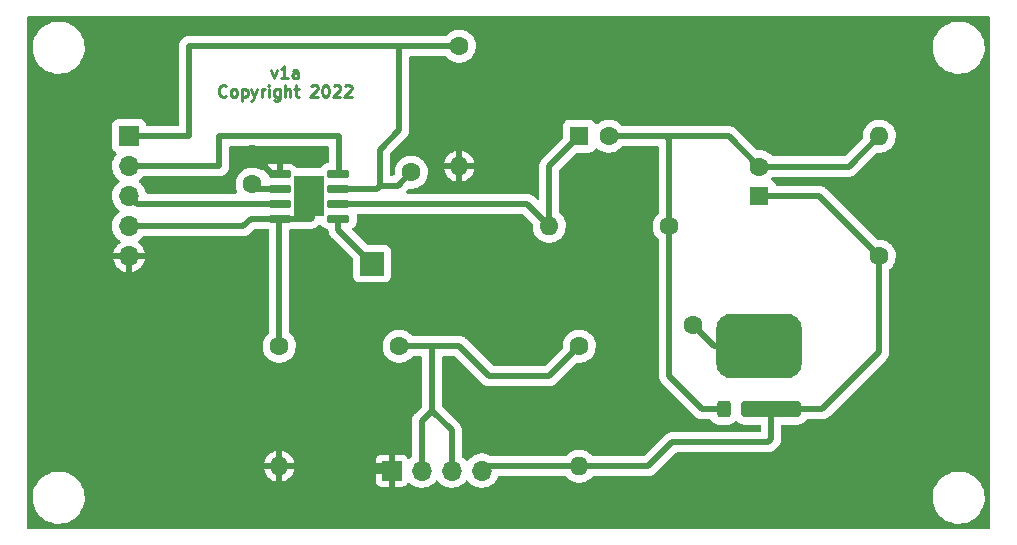
<source format=gtl>
%TF.GenerationSoftware,KiCad,Pcbnew,(6.0.2-0)*%
%TF.CreationDate,2022-08-31T15:30:49-04:00*%
%TF.ProjectId,LED Driver,4c454420-4472-4697-9665-722e6b696361,rev?*%
%TF.SameCoordinates,Original*%
%TF.FileFunction,Copper,L1,Top*%
%TF.FilePolarity,Positive*%
%FSLAX46Y46*%
G04 Gerber Fmt 4.6, Leading zero omitted, Abs format (unit mm)*
G04 Created by KiCad (PCBNEW (6.0.2-0)) date 2022-08-31 15:30:49*
%MOMM*%
%LPD*%
G01*
G04 APERTURE LIST*
G04 Aperture macros list*
%AMRoundRect*
0 Rectangle with rounded corners*
0 $1 Rounding radius*
0 $2 $3 $4 $5 $6 $7 $8 $9 X,Y pos of 4 corners*
0 Add a 4 corners polygon primitive as box body*
4,1,4,$2,$3,$4,$5,$6,$7,$8,$9,$2,$3,0*
0 Add four circle primitives for the rounded corners*
1,1,$1+$1,$2,$3*
1,1,$1+$1,$4,$5*
1,1,$1+$1,$6,$7*
1,1,$1+$1,$8,$9*
0 Add four rect primitives between the rounded corners*
20,1,$1+$1,$2,$3,$4,$5,0*
20,1,$1+$1,$4,$5,$6,$7,0*
20,1,$1+$1,$6,$7,$8,$9,0*
20,1,$1+$1,$8,$9,$2,$3,0*%
G04 Aperture macros list end*
%ADD10C,0.250000*%
%TA.AperFunction,NonConductor*%
%ADD11C,0.250000*%
%TD*%
%TA.AperFunction,ComponentPad*%
%ADD12R,1.700000X1.700000*%
%TD*%
%TA.AperFunction,ComponentPad*%
%ADD13O,1.700000X1.700000*%
%TD*%
%TA.AperFunction,ComponentPad*%
%ADD14R,1.600000X1.600000*%
%TD*%
%TA.AperFunction,ComponentPad*%
%ADD15C,1.600000*%
%TD*%
%TA.AperFunction,ComponentPad*%
%ADD16O,1.600000X1.600000*%
%TD*%
%TA.AperFunction,SMDPad,CuDef*%
%ADD17R,2.000000X2.000000*%
%TD*%
%TA.AperFunction,SMDPad,CuDef*%
%ADD18RoundRect,0.150000X-0.820000X-0.150000X0.820000X-0.150000X0.820000X0.150000X-0.820000X0.150000X0*%
%TD*%
%TA.AperFunction,ComponentPad*%
%ADD19C,0.500000*%
%TD*%
%TA.AperFunction,SMDPad,CuDef*%
%ADD20R,2.620000X3.510000*%
%TD*%
%TA.AperFunction,SMDPad,CuDef*%
%ADD21RoundRect,0.300000X-0.300000X-0.400000X0.300000X-0.400000X0.300000X0.400000X-0.300000X0.400000X0*%
%TD*%
%TA.AperFunction,SMDPad,CuDef*%
%ADD22RoundRect,0.350000X-2.200000X-0.350000X2.200000X-0.350000X2.200000X0.350000X-2.200000X0.350000X0*%
%TD*%
%TA.AperFunction,SMDPad,CuDef*%
%ADD23RoundRect,1.375000X-2.275000X-1.375000X2.275000X-1.375000X2.275000X1.375000X-2.275000X1.375000X0*%
%TD*%
%TA.AperFunction,ViaPad*%
%ADD24C,1.600000*%
%TD*%
%TA.AperFunction,Conductor*%
%ADD25C,0.500000*%
%TD*%
G04 APERTURE END LIST*
D10*
D11*
X110085333Y-106676714D02*
X110323428Y-107343380D01*
X110561523Y-106676714D01*
X111466285Y-107343380D02*
X110894857Y-107343380D01*
X111180571Y-107343380D02*
X111180571Y-106343380D01*
X111085333Y-106486238D01*
X110990095Y-106581476D01*
X110894857Y-106629095D01*
X112323428Y-107343380D02*
X112323428Y-106819571D01*
X112275809Y-106724333D01*
X112180571Y-106676714D01*
X111990095Y-106676714D01*
X111894857Y-106724333D01*
X112323428Y-107295761D02*
X112228190Y-107343380D01*
X111990095Y-107343380D01*
X111894857Y-107295761D01*
X111847238Y-107200523D01*
X111847238Y-107105285D01*
X111894857Y-107010047D01*
X111990095Y-106962428D01*
X112228190Y-106962428D01*
X112323428Y-106914809D01*
X106252000Y-108858142D02*
X106204380Y-108905761D01*
X106061523Y-108953380D01*
X105966285Y-108953380D01*
X105823428Y-108905761D01*
X105728190Y-108810523D01*
X105680571Y-108715285D01*
X105632952Y-108524809D01*
X105632952Y-108381952D01*
X105680571Y-108191476D01*
X105728190Y-108096238D01*
X105823428Y-108001000D01*
X105966285Y-107953380D01*
X106061523Y-107953380D01*
X106204380Y-108001000D01*
X106252000Y-108048619D01*
X106823428Y-108953380D02*
X106728190Y-108905761D01*
X106680571Y-108858142D01*
X106632952Y-108762904D01*
X106632952Y-108477190D01*
X106680571Y-108381952D01*
X106728190Y-108334333D01*
X106823428Y-108286714D01*
X106966285Y-108286714D01*
X107061523Y-108334333D01*
X107109142Y-108381952D01*
X107156761Y-108477190D01*
X107156761Y-108762904D01*
X107109142Y-108858142D01*
X107061523Y-108905761D01*
X106966285Y-108953380D01*
X106823428Y-108953380D01*
X107585333Y-108286714D02*
X107585333Y-109286714D01*
X107585333Y-108334333D02*
X107680571Y-108286714D01*
X107871047Y-108286714D01*
X107966285Y-108334333D01*
X108013904Y-108381952D01*
X108061523Y-108477190D01*
X108061523Y-108762904D01*
X108013904Y-108858142D01*
X107966285Y-108905761D01*
X107871047Y-108953380D01*
X107680571Y-108953380D01*
X107585333Y-108905761D01*
X108394857Y-108286714D02*
X108632952Y-108953380D01*
X108871047Y-108286714D02*
X108632952Y-108953380D01*
X108537714Y-109191476D01*
X108490095Y-109239095D01*
X108394857Y-109286714D01*
X109252000Y-108953380D02*
X109252000Y-108286714D01*
X109252000Y-108477190D02*
X109299619Y-108381952D01*
X109347238Y-108334333D01*
X109442476Y-108286714D01*
X109537714Y-108286714D01*
X109871047Y-108953380D02*
X109871047Y-108286714D01*
X109871047Y-107953380D02*
X109823428Y-108001000D01*
X109871047Y-108048619D01*
X109918666Y-108001000D01*
X109871047Y-107953380D01*
X109871047Y-108048619D01*
X110775809Y-108286714D02*
X110775809Y-109096238D01*
X110728190Y-109191476D01*
X110680571Y-109239095D01*
X110585333Y-109286714D01*
X110442476Y-109286714D01*
X110347238Y-109239095D01*
X110775809Y-108905761D02*
X110680571Y-108953380D01*
X110490095Y-108953380D01*
X110394857Y-108905761D01*
X110347238Y-108858142D01*
X110299619Y-108762904D01*
X110299619Y-108477190D01*
X110347238Y-108381952D01*
X110394857Y-108334333D01*
X110490095Y-108286714D01*
X110680571Y-108286714D01*
X110775809Y-108334333D01*
X111252000Y-108953380D02*
X111252000Y-107953380D01*
X111680571Y-108953380D02*
X111680571Y-108429571D01*
X111632952Y-108334333D01*
X111537714Y-108286714D01*
X111394857Y-108286714D01*
X111299619Y-108334333D01*
X111252000Y-108381952D01*
X112013904Y-108286714D02*
X112394857Y-108286714D01*
X112156761Y-107953380D02*
X112156761Y-108810523D01*
X112204380Y-108905761D01*
X112299619Y-108953380D01*
X112394857Y-108953380D01*
X113442476Y-108048619D02*
X113490095Y-108001000D01*
X113585333Y-107953380D01*
X113823428Y-107953380D01*
X113918666Y-108001000D01*
X113966285Y-108048619D01*
X114013904Y-108143857D01*
X114013904Y-108239095D01*
X113966285Y-108381952D01*
X113394857Y-108953380D01*
X114013904Y-108953380D01*
X114632952Y-107953380D02*
X114728190Y-107953380D01*
X114823428Y-108001000D01*
X114871047Y-108048619D01*
X114918666Y-108143857D01*
X114966285Y-108334333D01*
X114966285Y-108572428D01*
X114918666Y-108762904D01*
X114871047Y-108858142D01*
X114823428Y-108905761D01*
X114728190Y-108953380D01*
X114632952Y-108953380D01*
X114537714Y-108905761D01*
X114490095Y-108858142D01*
X114442476Y-108762904D01*
X114394857Y-108572428D01*
X114394857Y-108334333D01*
X114442476Y-108143857D01*
X114490095Y-108048619D01*
X114537714Y-108001000D01*
X114632952Y-107953380D01*
X115347238Y-108048619D02*
X115394857Y-108001000D01*
X115490095Y-107953380D01*
X115728190Y-107953380D01*
X115823428Y-108001000D01*
X115871047Y-108048619D01*
X115918666Y-108143857D01*
X115918666Y-108239095D01*
X115871047Y-108381952D01*
X115299619Y-108953380D01*
X115918666Y-108953380D01*
X116299619Y-108048619D02*
X116347238Y-108001000D01*
X116442476Y-107953380D01*
X116680571Y-107953380D01*
X116775809Y-108001000D01*
X116823428Y-108048619D01*
X116871047Y-108143857D01*
X116871047Y-108239095D01*
X116823428Y-108381952D01*
X116252000Y-108953380D01*
X116871047Y-108953380D01*
D12*
%TO.P,J2,1,Pin_1*%
%TO.N,GND*%
X120279000Y-140589000D03*
D13*
%TO.P,J2,2,Pin_2*%
%TO.N,Net-(J2-Pad2)*%
X122819000Y-140589000D03*
%TO.P,J2,3,Pin_3*%
X125359000Y-140589000D03*
%TO.P,J2,4,Pin_4*%
%TO.N,Net-(C2-Pad1)*%
X127899000Y-140589000D03*
%TD*%
D12*
%TO.P,J1,1,Pin_1*%
%TO.N,/+20V*%
X98044000Y-112268000D03*
D13*
%TO.P,J1,2,Pin_2*%
%TO.N,/arduino*%
X98044000Y-114808000D03*
%TO.P,J1,3,Pin_3*%
%TO.N,/Control *%
X98044000Y-117348000D03*
%TO.P,J1,4,Pin_4*%
%TO.N,/-20V*%
X98044000Y-119888000D03*
%TO.P,J1,5,Pin_5*%
%TO.N,GND*%
X98044000Y-122428000D03*
%TD*%
D14*
%TO.P,C2,1*%
%TO.N,Net-(C2-Pad1)*%
X151384000Y-117348000D03*
D15*
%TO.P,C2,2*%
%TO.N,Net-(C1-Pad2)*%
X151384000Y-114848000D03*
%TD*%
%TO.P,R1,1*%
%TO.N,/+20V*%
X125984000Y-104648000D03*
D16*
%TO.P,R1,2*%
%TO.N,GND*%
X125984000Y-114808000D03*
%TD*%
D17*
%TO.P,REF\u002A\u002A,1*%
%TO.N,unconnected-(U1-Pad5)*%
X118618000Y-123063000D03*
%TD*%
D18*
%TO.P,U1,1,E/D_COM*%
%TO.N,GND*%
X110804000Y-115443000D03*
%TO.P,U1,2,-IN*%
%TO.N,Net-(J2-Pad2)*%
X110804000Y-116713000D03*
%TO.P,U1,3,+IN*%
%TO.N,/Control *%
X110804000Y-117983000D03*
%TO.P,U1,4,V-*%
%TO.N,/-20V*%
X110804000Y-119253000D03*
%TO.P,U1,5,Status_Flag*%
%TO.N,unconnected-(U1-Pad5)*%
X115764000Y-119253000D03*
%TO.P,U1,6,OUT*%
%TO.N,Net-(C1-Pad1)*%
X115764000Y-117983000D03*
%TO.P,U1,7,V+*%
%TO.N,/+20V*%
X115764000Y-116713000D03*
%TO.P,U1,8,E/D*%
%TO.N,/arduino*%
X115764000Y-115443000D03*
D19*
%TO.P,U1,9,V-*%
%TO.N,/-20V*%
X113984000Y-117348000D03*
X112584000Y-116348000D03*
X112584000Y-118348000D03*
X113984000Y-118348000D03*
X113984000Y-116348000D03*
X112584000Y-117348000D03*
D20*
X113284000Y-117348000D03*
%TD*%
D14*
%TO.P,C1,1*%
%TO.N,Net-(C1-Pad1)*%
X136144000Y-112268000D03*
D15*
%TO.P,C1,2*%
%TO.N,Net-(C1-Pad2)*%
X138644000Y-112268000D03*
%TD*%
%TO.P,R5,1*%
%TO.N,Net-(J2-Pad2)*%
X136144000Y-130048000D03*
D16*
%TO.P,R5,2*%
%TO.N,Net-(C2-Pad1)*%
X136144000Y-140208000D03*
%TD*%
D21*
%TO.P,U2,1,Gate*%
%TO.N,Net-(C1-Pad2)*%
X148384000Y-135398000D03*
D22*
%TO.P,U2,2,Source*%
%TO.N,Net-(C2-Pad1)*%
X152384000Y-135398000D03*
D23*
%TO.P,U2,3,Drain*%
%TO.N,/+20V*%
X151384000Y-130048000D03*
%TD*%
D15*
%TO.P,R3,1*%
%TO.N,Net-(C1-Pad2)*%
X143764000Y-119888000D03*
D16*
%TO.P,R3,2*%
%TO.N,Net-(C1-Pad1)*%
X133604000Y-119888000D03*
%TD*%
D15*
%TO.P,R6,1*%
%TO.N,/-20V*%
X110744000Y-130048000D03*
D16*
%TO.P,R6,2*%
%TO.N,GND*%
X110744000Y-140208000D03*
%TD*%
D15*
%TO.P,R4,1*%
%TO.N,Net-(C2-Pad1)*%
X161544000Y-122428000D03*
D16*
%TO.P,R4,2*%
%TO.N,Net-(C1-Pad2)*%
X161544000Y-112268000D03*
%TD*%
D24*
%TO.N,Net-(J2-Pad2)*%
X120904000Y-130048000D03*
%TO.N,/+20V*%
X121920000Y-115316000D03*
X145796000Y-128270000D03*
%TO.N,GND*%
X108458000Y-113792000D03*
%TO.N,Net-(J2-Pad2)*%
X108458000Y-116332000D03*
%TD*%
D25*
%TO.N,GND*%
X110744000Y-140208000D02*
X119898000Y-140208000D01*
X119898000Y-140208000D02*
X120279000Y-140589000D01*
%TO.N,Net-(J2-Pad2)*%
X123698000Y-135509000D02*
X122819000Y-136388000D01*
X122819000Y-136388000D02*
X122819000Y-140589000D01*
X120904000Y-130048000D02*
X123698000Y-130048000D01*
X123698000Y-130048000D02*
X125984000Y-130048000D01*
X123698000Y-135509000D02*
X125359000Y-137170000D01*
X123698000Y-130048000D02*
X123698000Y-135509000D01*
X125359000Y-137170000D02*
X125359000Y-140589000D01*
X125984000Y-130048000D02*
X127317500Y-131381500D01*
X127317500Y-131381500D02*
X128524000Y-132588000D01*
%TO.N,Net-(C2-Pad1)*%
X136144000Y-140208000D02*
X128280000Y-140208000D01*
X128280000Y-140208000D02*
X127899000Y-140589000D01*
%TO.N,Net-(C1-Pad2)*%
X143764000Y-119888000D02*
X143764000Y-112522000D01*
X158964000Y-114848000D02*
X161544000Y-112268000D01*
X138644000Y-112268000D02*
X143510000Y-112268000D01*
X143764000Y-132588000D02*
X143764000Y-119888000D01*
X143510000Y-112268000D02*
X148804000Y-112268000D01*
X148384000Y-135398000D02*
X146574000Y-135398000D01*
X156424000Y-114848000D02*
X158964000Y-114848000D01*
X143764000Y-112522000D02*
X143510000Y-112268000D01*
X151384000Y-114848000D02*
X156424000Y-114848000D01*
X146574000Y-135398000D02*
X143764000Y-132588000D01*
X148804000Y-112268000D02*
X151384000Y-114848000D01*
%TO.N,Net-(C2-Pad1)*%
X161544000Y-122428000D02*
X161544000Y-130556000D01*
X151384000Y-117348000D02*
X156464000Y-117348000D01*
X144018000Y-138176000D02*
X152146000Y-138176000D01*
X136144000Y-140208000D02*
X141986000Y-140208000D01*
X156702000Y-135398000D02*
X152384000Y-135398000D01*
X156464000Y-117348000D02*
X161544000Y-122428000D01*
X141986000Y-140208000D02*
X144018000Y-138176000D01*
X152384000Y-137938000D02*
X152384000Y-135398000D01*
X161544000Y-130556000D02*
X156702000Y-135398000D01*
X152146000Y-138176000D02*
X152384000Y-137938000D01*
%TO.N,/+20V*%
X120904000Y-111760000D02*
X120904000Y-104648000D01*
X119253000Y-116459000D02*
X119253000Y-113411000D01*
X103124000Y-112268000D02*
X103124000Y-104648000D01*
X121920000Y-115316000D02*
X120777000Y-116459000D01*
X151384000Y-130048000D02*
X147574000Y-130048000D01*
X103124000Y-104648000D02*
X125984000Y-104648000D01*
X98044000Y-112268000D02*
X103124000Y-112268000D01*
X147574000Y-130048000D02*
X145796000Y-128270000D01*
X118999000Y-116713000D02*
X119253000Y-116459000D01*
X115764000Y-116713000D02*
X118999000Y-116713000D01*
X119253000Y-113411000D02*
X120904000Y-111760000D01*
X120777000Y-116459000D02*
X119253000Y-116459000D01*
%TO.N,GND*%
X108458000Y-113792000D02*
X110109000Y-115443000D01*
X110109000Y-115443000D02*
X110804000Y-115443000D01*
%TO.N,Net-(J2-Pad2)*%
X108839000Y-116713000D02*
X108458000Y-116332000D01*
X128524000Y-132588000D02*
X133604000Y-132588000D01*
X110804000Y-116713000D02*
X108839000Y-116713000D01*
X133604000Y-132588000D02*
X136144000Y-130048000D01*
%TO.N,Net-(C1-Pad1)*%
X131699000Y-117983000D02*
X133604000Y-119888000D01*
X133604000Y-114808000D02*
X136144000Y-112268000D01*
X115764000Y-117983000D02*
X131699000Y-117983000D01*
X133604000Y-119888000D02*
X133604000Y-114808000D01*
%TO.N,/-20V*%
X110804000Y-119253000D02*
X113411000Y-119253000D01*
X113411000Y-119253000D02*
X113538000Y-119126000D01*
X107696000Y-119888000D02*
X108331000Y-119253000D01*
X108331000Y-119253000D02*
X110804000Y-119253000D01*
X110744000Y-119313000D02*
X110804000Y-119253000D01*
X110744000Y-130048000D02*
X110744000Y-119313000D01*
X98044000Y-119888000D02*
X107696000Y-119888000D01*
%TO.N,/Control *%
X110804000Y-117983000D02*
X98679000Y-117983000D01*
X98679000Y-117983000D02*
X98044000Y-117348000D01*
%TO.N,unconnected-(U1-Pad5)*%
X115764000Y-120209000D02*
X118618000Y-123063000D01*
X115764000Y-119253000D02*
X115764000Y-120209000D01*
%TO.N,/arduino*%
X115824000Y-112268000D02*
X105664000Y-112268000D01*
X115824000Y-115383000D02*
X115824000Y-112268000D01*
X115764000Y-115443000D02*
X115824000Y-115383000D01*
X105664000Y-112268000D02*
X105664000Y-114808000D01*
X105664000Y-114808000D02*
X98044000Y-114808000D01*
%TD*%
%TA.AperFunction,Conductor*%
%TO.N,GND*%
G36*
X170884121Y-102128002D02*
G01*
X170930614Y-102181658D01*
X170942000Y-102234000D01*
X170942000Y-145416000D01*
X170921998Y-145484121D01*
X170868342Y-145530614D01*
X170816000Y-145542000D01*
X89534000Y-145542000D01*
X89465879Y-145521998D01*
X89419386Y-145468342D01*
X89408000Y-145416000D01*
X89408000Y-142921187D01*
X89870059Y-142921187D01*
X89895536Y-143212399D01*
X89959305Y-143497683D01*
X90060244Y-143772027D01*
X90062188Y-143775715D01*
X90062192Y-143775723D01*
X90194627Y-144026908D01*
X90196580Y-144030612D01*
X90365918Y-144268893D01*
X90565283Y-144482686D01*
X90791171Y-144668233D01*
X91039616Y-144822275D01*
X91306250Y-144942105D01*
X91392923Y-144967944D01*
X91582394Y-145024428D01*
X91582402Y-145024430D01*
X91586391Y-145025619D01*
X91590508Y-145026271D01*
X91590512Y-145026272D01*
X91871649Y-145070799D01*
X91871654Y-145070799D01*
X91875117Y-145071348D01*
X91924069Y-145073571D01*
X91965128Y-145075436D01*
X91965147Y-145075436D01*
X91966547Y-145075500D01*
X92149151Y-145075500D01*
X92151243Y-145075361D01*
X92151245Y-145075361D01*
X92362511Y-145061329D01*
X92366682Y-145061052D01*
X92370776Y-145060227D01*
X92370780Y-145060226D01*
X92508095Y-145032538D01*
X92653239Y-145003272D01*
X92929637Y-144908100D01*
X92933370Y-144906231D01*
X92933374Y-144906229D01*
X93187276Y-144779084D01*
X93187278Y-144779083D01*
X93191020Y-144777209D01*
X93348135Y-144670434D01*
X93429336Y-144615250D01*
X93429339Y-144615248D01*
X93432795Y-144612899D01*
X93650716Y-144418055D01*
X93840953Y-144196102D01*
X93843228Y-144192599D01*
X93997892Y-143954437D01*
X93997894Y-143954434D01*
X94000164Y-143950938D01*
X94125552Y-143686871D01*
X94214914Y-143408541D01*
X94266681Y-143120836D01*
X94275747Y-142921187D01*
X166070059Y-142921187D01*
X166095536Y-143212399D01*
X166159305Y-143497683D01*
X166260244Y-143772027D01*
X166262188Y-143775715D01*
X166262192Y-143775723D01*
X166394627Y-144026908D01*
X166396580Y-144030612D01*
X166565918Y-144268893D01*
X166765283Y-144482686D01*
X166991171Y-144668233D01*
X167239616Y-144822275D01*
X167506250Y-144942105D01*
X167592923Y-144967944D01*
X167782394Y-145024428D01*
X167782402Y-145024430D01*
X167786391Y-145025619D01*
X167790508Y-145026271D01*
X167790512Y-145026272D01*
X168071649Y-145070799D01*
X168071654Y-145070799D01*
X168075117Y-145071348D01*
X168124069Y-145073571D01*
X168165128Y-145075436D01*
X168165147Y-145075436D01*
X168166547Y-145075500D01*
X168349151Y-145075500D01*
X168351243Y-145075361D01*
X168351245Y-145075361D01*
X168562511Y-145061329D01*
X168566682Y-145061052D01*
X168570776Y-145060227D01*
X168570780Y-145060226D01*
X168708095Y-145032538D01*
X168853239Y-145003272D01*
X169129637Y-144908100D01*
X169133370Y-144906231D01*
X169133374Y-144906229D01*
X169387276Y-144779084D01*
X169387278Y-144779083D01*
X169391020Y-144777209D01*
X169548135Y-144670434D01*
X169629336Y-144615250D01*
X169629339Y-144615248D01*
X169632795Y-144612899D01*
X169850716Y-144418055D01*
X170040953Y-144196102D01*
X170043228Y-144192599D01*
X170197892Y-143954437D01*
X170197894Y-143954434D01*
X170200164Y-143950938D01*
X170325552Y-143686871D01*
X170414914Y-143408541D01*
X170466681Y-143120836D01*
X170479941Y-142828813D01*
X170454464Y-142537601D01*
X170390695Y-142252317D01*
X170289756Y-141977973D01*
X170287812Y-141974285D01*
X170287808Y-141974277D01*
X170155373Y-141723092D01*
X170155372Y-141723091D01*
X170153420Y-141719388D01*
X169984082Y-141481107D01*
X169784717Y-141267314D01*
X169558829Y-141081767D01*
X169310384Y-140927725D01*
X169043750Y-140807895D01*
X168957077Y-140782056D01*
X168767606Y-140725572D01*
X168767598Y-140725570D01*
X168763609Y-140724381D01*
X168759492Y-140723729D01*
X168759488Y-140723728D01*
X168478351Y-140679201D01*
X168478346Y-140679201D01*
X168474883Y-140678652D01*
X168425931Y-140676429D01*
X168384872Y-140674564D01*
X168384853Y-140674564D01*
X168383453Y-140674500D01*
X168200849Y-140674500D01*
X168198757Y-140674639D01*
X168198755Y-140674639D01*
X168045316Y-140684830D01*
X167983318Y-140688948D01*
X167979224Y-140689773D01*
X167979220Y-140689774D01*
X167841905Y-140717462D01*
X167696761Y-140746728D01*
X167420363Y-140841900D01*
X167416630Y-140843769D01*
X167416626Y-140843771D01*
X167239419Y-140932510D01*
X167158980Y-140972791D01*
X167148667Y-140979800D01*
X166935313Y-141124795D01*
X166917205Y-141137101D01*
X166699284Y-141331945D01*
X166509047Y-141553898D01*
X166506773Y-141557400D01*
X166506772Y-141557401D01*
X166403793Y-141715976D01*
X166349836Y-141799062D01*
X166224448Y-142063129D01*
X166135086Y-142341459D01*
X166083319Y-142629164D01*
X166070059Y-142921187D01*
X94275747Y-142921187D01*
X94279941Y-142828813D01*
X94254464Y-142537601D01*
X94190695Y-142252317D01*
X94089756Y-141977973D01*
X94087812Y-141974285D01*
X94087808Y-141974277D01*
X93955373Y-141723092D01*
X93955372Y-141723091D01*
X93953420Y-141719388D01*
X93784082Y-141481107D01*
X93584717Y-141267314D01*
X93358829Y-141081767D01*
X93110384Y-140927725D01*
X92843750Y-140807895D01*
X92757077Y-140782056D01*
X92567606Y-140725572D01*
X92567598Y-140725570D01*
X92563609Y-140724381D01*
X92559492Y-140723729D01*
X92559488Y-140723728D01*
X92278351Y-140679201D01*
X92278346Y-140679201D01*
X92274883Y-140678652D01*
X92225931Y-140676429D01*
X92184872Y-140674564D01*
X92184853Y-140674564D01*
X92183453Y-140674500D01*
X92000849Y-140674500D01*
X91998757Y-140674639D01*
X91998755Y-140674639D01*
X91845316Y-140684830D01*
X91783318Y-140688948D01*
X91779224Y-140689773D01*
X91779220Y-140689774D01*
X91641905Y-140717462D01*
X91496761Y-140746728D01*
X91220363Y-140841900D01*
X91216630Y-140843769D01*
X91216626Y-140843771D01*
X91039419Y-140932510D01*
X90958980Y-140972791D01*
X90948667Y-140979800D01*
X90735313Y-141124795D01*
X90717205Y-141137101D01*
X90499284Y-141331945D01*
X90309047Y-141553898D01*
X90306773Y-141557400D01*
X90306772Y-141557401D01*
X90203793Y-141715976D01*
X90149836Y-141799062D01*
X90024448Y-142063129D01*
X89935086Y-142341459D01*
X89883319Y-142629164D01*
X89870059Y-142921187D01*
X89408000Y-142921187D01*
X89408000Y-140474522D01*
X109461273Y-140474522D01*
X109508764Y-140651761D01*
X109512510Y-140662053D01*
X109604586Y-140859511D01*
X109610069Y-140869007D01*
X109735028Y-141047467D01*
X109742084Y-141055875D01*
X109896125Y-141209916D01*
X109904533Y-141216972D01*
X110082993Y-141341931D01*
X110092489Y-141347414D01*
X110289947Y-141439490D01*
X110300239Y-141443236D01*
X110472503Y-141489394D01*
X110486599Y-141489058D01*
X110490000Y-141481116D01*
X110490000Y-141475967D01*
X110998000Y-141475967D01*
X111001973Y-141489498D01*
X111010522Y-141490727D01*
X111036863Y-141483669D01*
X118921001Y-141483669D01*
X118921371Y-141490490D01*
X118926895Y-141541352D01*
X118930521Y-141556604D01*
X118975676Y-141677054D01*
X118984214Y-141692649D01*
X119060715Y-141794724D01*
X119073276Y-141807285D01*
X119175351Y-141883786D01*
X119190946Y-141892324D01*
X119311394Y-141937478D01*
X119326649Y-141941105D01*
X119377514Y-141946631D01*
X119384328Y-141947000D01*
X120006885Y-141947000D01*
X120022124Y-141942525D01*
X120023329Y-141941135D01*
X120025000Y-141933452D01*
X120025000Y-140861115D01*
X120020525Y-140845876D01*
X120019135Y-140844671D01*
X120011452Y-140843000D01*
X118939116Y-140843000D01*
X118923877Y-140847475D01*
X118922672Y-140848865D01*
X118921001Y-140856548D01*
X118921001Y-141483669D01*
X111036863Y-141483669D01*
X111187761Y-141443236D01*
X111198053Y-141439490D01*
X111395511Y-141347414D01*
X111405007Y-141341931D01*
X111583467Y-141216972D01*
X111591875Y-141209916D01*
X111745916Y-141055875D01*
X111752972Y-141047467D01*
X111877931Y-140869007D01*
X111883414Y-140859511D01*
X111975490Y-140662053D01*
X111979236Y-140651761D01*
X112025394Y-140479497D01*
X112025058Y-140465401D01*
X112017116Y-140462000D01*
X111016115Y-140462000D01*
X111000876Y-140466475D01*
X110999671Y-140467865D01*
X110998000Y-140475548D01*
X110998000Y-141475967D01*
X110490000Y-141475967D01*
X110490000Y-140480115D01*
X110485525Y-140464876D01*
X110484135Y-140463671D01*
X110476452Y-140462000D01*
X109476033Y-140462000D01*
X109462502Y-140465973D01*
X109461273Y-140474522D01*
X89408000Y-140474522D01*
X89408000Y-140316885D01*
X118921000Y-140316885D01*
X118925475Y-140332124D01*
X118926865Y-140333329D01*
X118934548Y-140335000D01*
X120006885Y-140335000D01*
X120022124Y-140330525D01*
X120023329Y-140329135D01*
X120025000Y-140321452D01*
X120025000Y-139249116D01*
X120020525Y-139233877D01*
X120019135Y-139232672D01*
X120011452Y-139231001D01*
X119384331Y-139231001D01*
X119377510Y-139231371D01*
X119326648Y-139236895D01*
X119311396Y-139240521D01*
X119190946Y-139285676D01*
X119175351Y-139294214D01*
X119073276Y-139370715D01*
X119060715Y-139383276D01*
X118984214Y-139485351D01*
X118975676Y-139500946D01*
X118930522Y-139621394D01*
X118926895Y-139636649D01*
X118921369Y-139687514D01*
X118921000Y-139694328D01*
X118921000Y-140316885D01*
X89408000Y-140316885D01*
X89408000Y-139936503D01*
X109462606Y-139936503D01*
X109462942Y-139950599D01*
X109470884Y-139954000D01*
X110471885Y-139954000D01*
X110487124Y-139949525D01*
X110488329Y-139948135D01*
X110490000Y-139940452D01*
X110490000Y-139935885D01*
X110998000Y-139935885D01*
X111002475Y-139951124D01*
X111003865Y-139952329D01*
X111011548Y-139954000D01*
X112011967Y-139954000D01*
X112025498Y-139950027D01*
X112026727Y-139941478D01*
X111979236Y-139764239D01*
X111975490Y-139753947D01*
X111883414Y-139556489D01*
X111877931Y-139546993D01*
X111752972Y-139368533D01*
X111745916Y-139360125D01*
X111591875Y-139206084D01*
X111583467Y-139199028D01*
X111405007Y-139074069D01*
X111395511Y-139068586D01*
X111198053Y-138976510D01*
X111187761Y-138972764D01*
X111015497Y-138926606D01*
X111001401Y-138926942D01*
X110998000Y-138934884D01*
X110998000Y-139935885D01*
X110490000Y-139935885D01*
X110490000Y-138940033D01*
X110486027Y-138926502D01*
X110477478Y-138925273D01*
X110300239Y-138972764D01*
X110289947Y-138976510D01*
X110092489Y-139068586D01*
X110082993Y-139074069D01*
X109904533Y-139199028D01*
X109896125Y-139206084D01*
X109742084Y-139360125D01*
X109735028Y-139368533D01*
X109610069Y-139546993D01*
X109604586Y-139556489D01*
X109512510Y-139753947D01*
X109508764Y-139764239D01*
X109462606Y-139936503D01*
X89408000Y-139936503D01*
X89408000Y-122695966D01*
X96712257Y-122695966D01*
X96742565Y-122830446D01*
X96745645Y-122840275D01*
X96825770Y-123037603D01*
X96830413Y-123046794D01*
X96941694Y-123228388D01*
X96947777Y-123236699D01*
X97087213Y-123397667D01*
X97094580Y-123404883D01*
X97258434Y-123540916D01*
X97266881Y-123546831D01*
X97450756Y-123654279D01*
X97460042Y-123658729D01*
X97659001Y-123734703D01*
X97668899Y-123737579D01*
X97772250Y-123758606D01*
X97786299Y-123757410D01*
X97790000Y-123747065D01*
X97790000Y-123746517D01*
X98298000Y-123746517D01*
X98302064Y-123760359D01*
X98315478Y-123762393D01*
X98322184Y-123761534D01*
X98332262Y-123759392D01*
X98536255Y-123698191D01*
X98545842Y-123694433D01*
X98737095Y-123600739D01*
X98745945Y-123595464D01*
X98919328Y-123471792D01*
X98927200Y-123465139D01*
X99078052Y-123314812D01*
X99084730Y-123306965D01*
X99209003Y-123134020D01*
X99214313Y-123125183D01*
X99308670Y-122934267D01*
X99312469Y-122924672D01*
X99374377Y-122720910D01*
X99376555Y-122710837D01*
X99377986Y-122699962D01*
X99375775Y-122685778D01*
X99362617Y-122682000D01*
X98316115Y-122682000D01*
X98300876Y-122686475D01*
X98299671Y-122687865D01*
X98298000Y-122695548D01*
X98298000Y-123746517D01*
X97790000Y-123746517D01*
X97790000Y-122700115D01*
X97785525Y-122684876D01*
X97784135Y-122683671D01*
X97776452Y-122682000D01*
X96727225Y-122682000D01*
X96713694Y-122685973D01*
X96712257Y-122695966D01*
X89408000Y-122695966D01*
X89408000Y-119852440D01*
X96588963Y-119852440D01*
X96589260Y-119857592D01*
X96589260Y-119857596D01*
X96602396Y-120085403D01*
X96602397Y-120085409D01*
X96602694Y-120090562D01*
X96622815Y-120179846D01*
X96652829Y-120313028D01*
X96655131Y-120323245D01*
X96657075Y-120328032D01*
X96657076Y-120328036D01*
X96703545Y-120442476D01*
X96744867Y-120544239D01*
X96747572Y-120548654D01*
X96747573Y-120548655D01*
X96750448Y-120553347D01*
X96869493Y-120747609D01*
X97025660Y-120927894D01*
X97209176Y-121080252D01*
X97213644Y-121082863D01*
X97213647Y-121082865D01*
X97252371Y-121105494D01*
X97301094Y-121157133D01*
X97314165Y-121226916D01*
X97287433Y-121292687D01*
X97264453Y-121315041D01*
X97143433Y-121405905D01*
X97135726Y-121412748D01*
X96988590Y-121566717D01*
X96982104Y-121574727D01*
X96862098Y-121750649D01*
X96857000Y-121759623D01*
X96767338Y-121952783D01*
X96763775Y-121962470D01*
X96708389Y-122162183D01*
X96709912Y-122170607D01*
X96722292Y-122174000D01*
X99362344Y-122174000D01*
X99375875Y-122170027D01*
X99377180Y-122160947D01*
X99335214Y-121993875D01*
X99331894Y-121984124D01*
X99246972Y-121788814D01*
X99242105Y-121779739D01*
X99126426Y-121600926D01*
X99120136Y-121592757D01*
X98976806Y-121435240D01*
X98969273Y-121428215D01*
X98822588Y-121312371D01*
X98781525Y-121254454D01*
X98778293Y-121183531D01*
X98813918Y-121122119D01*
X98827511Y-121110911D01*
X98979234Y-121002688D01*
X98979244Y-121002680D01*
X98983445Y-120999683D01*
X98988715Y-120994432D01*
X99088143Y-120895350D01*
X99152397Y-120831320D01*
X99181390Y-120790972D01*
X99237384Y-120747326D01*
X99283711Y-120738500D01*
X107654938Y-120738500D01*
X107665479Y-120738942D01*
X107716902Y-120743260D01*
X107723662Y-120742358D01*
X107723666Y-120742358D01*
X107796659Y-120732619D01*
X107799713Y-120732249D01*
X107872928Y-120724295D01*
X107872931Y-120724294D01*
X107879709Y-120723558D01*
X107886169Y-120721384D01*
X107889217Y-120720714D01*
X107889678Y-120720633D01*
X107889829Y-120720597D01*
X107890288Y-120720464D01*
X107893307Y-120719722D01*
X107900069Y-120718820D01*
X107906479Y-120716487D01*
X107906483Y-120716486D01*
X107975671Y-120691303D01*
X107978577Y-120690285D01*
X108048377Y-120666795D01*
X108048379Y-120666794D01*
X108054848Y-120664617D01*
X108060702Y-120661100D01*
X108063514Y-120659800D01*
X108063957Y-120659618D01*
X108064116Y-120659542D01*
X108064534Y-120659314D01*
X108067303Y-120657951D01*
X108073715Y-120655618D01*
X108079473Y-120651964D01*
X108079479Y-120651961D01*
X108141644Y-120612510D01*
X108144263Y-120610892D01*
X108207393Y-120572959D01*
X108207395Y-120572958D01*
X108213244Y-120569443D01*
X108218203Y-120564754D01*
X108220682Y-120562872D01*
X108221459Y-120562332D01*
X108225369Y-120559375D01*
X108229738Y-120556602D01*
X108233972Y-120552817D01*
X108287477Y-120499312D01*
X108289999Y-120496859D01*
X108342549Y-120447165D01*
X108342551Y-120447163D01*
X108347507Y-120442476D01*
X108351341Y-120436834D01*
X108355767Y-120431634D01*
X108356170Y-120431977D01*
X108362704Y-120424085D01*
X108483589Y-120303200D01*
X108646383Y-120140405D01*
X108708696Y-120106380D01*
X108735479Y-120103500D01*
X109691605Y-120103500D01*
X109731273Y-120109907D01*
X109807168Y-120135081D01*
X109865528Y-120175513D01*
X109892764Y-120241077D01*
X109893500Y-120254674D01*
X109893500Y-128872206D01*
X109873498Y-128940327D01*
X109843152Y-128972967D01*
X109815124Y-128994010D01*
X109815119Y-128994014D01*
X109810984Y-128997119D01*
X109651877Y-129163616D01*
X109648963Y-129167888D01*
X109648962Y-129167889D01*
X109576545Y-129274048D01*
X109522099Y-129353863D01*
X109519923Y-129358552D01*
X109519919Y-129358558D01*
X109436074Y-129539188D01*
X109425136Y-129562752D01*
X109363592Y-129784673D01*
X109339119Y-130013665D01*
X109339416Y-130018817D01*
X109339416Y-130018821D01*
X109344864Y-130113296D01*
X109352376Y-130243580D01*
X109353513Y-130248626D01*
X109353514Y-130248632D01*
X109375226Y-130344975D01*
X109403006Y-130468242D01*
X109404948Y-130473024D01*
X109404949Y-130473028D01*
X109487705Y-130676831D01*
X109489649Y-130681618D01*
X109609979Y-130877978D01*
X109760763Y-131052048D01*
X109937953Y-131199154D01*
X110136790Y-131315345D01*
X110351934Y-131397501D01*
X110357000Y-131398532D01*
X110357001Y-131398532D01*
X110457697Y-131419018D01*
X110577607Y-131443414D01*
X110707352Y-131448172D01*
X110802585Y-131451664D01*
X110802589Y-131451664D01*
X110807749Y-131451853D01*
X110812869Y-131451197D01*
X110812871Y-131451197D01*
X110882272Y-131442307D01*
X111036178Y-131422591D01*
X111041126Y-131421106D01*
X111041133Y-131421105D01*
X111251811Y-131357898D01*
X111251810Y-131357898D01*
X111256761Y-131356413D01*
X111463574Y-131255096D01*
X111651062Y-131121363D01*
X111814190Y-130958803D01*
X111872269Y-130877978D01*
X111945559Y-130775983D01*
X111948577Y-130771783D01*
X111975010Y-130718301D01*
X112010895Y-130645693D01*
X112050615Y-130565325D01*
X112080111Y-130468242D01*
X112116059Y-130349927D01*
X112116060Y-130349921D01*
X112117563Y-130344975D01*
X112147622Y-130116649D01*
X112149300Y-130048000D01*
X112130430Y-129818478D01*
X112074326Y-129595120D01*
X111982496Y-129383924D01*
X111887212Y-129236638D01*
X111860215Y-129194906D01*
X111860213Y-129194903D01*
X111857405Y-129190563D01*
X111836774Y-129167889D01*
X111705890Y-129024051D01*
X111705889Y-129024050D01*
X111702412Y-129020229D01*
X111698361Y-129017030D01*
X111698357Y-129017026D01*
X111642568Y-128972967D01*
X111642407Y-128972840D01*
X111601345Y-128914924D01*
X111594500Y-128873959D01*
X111594500Y-120275337D01*
X111614502Y-120207216D01*
X111668158Y-120160723D01*
X111707495Y-120150011D01*
X111749366Y-120145666D01*
X111771660Y-120143353D01*
X111771663Y-120143352D01*
X111778519Y-120142641D01*
X111785055Y-120140460D01*
X111785057Y-120140460D01*
X111876429Y-120109976D01*
X111916305Y-120103500D01*
X113369938Y-120103500D01*
X113380479Y-120103942D01*
X113431902Y-120108260D01*
X113438662Y-120107358D01*
X113438666Y-120107358D01*
X113511659Y-120097619D01*
X113514713Y-120097249D01*
X113587928Y-120089295D01*
X113587931Y-120089294D01*
X113594709Y-120088558D01*
X113601169Y-120086384D01*
X113604217Y-120085714D01*
X113604678Y-120085633D01*
X113604829Y-120085597D01*
X113605288Y-120085464D01*
X113608307Y-120084722D01*
X113615069Y-120083820D01*
X113621479Y-120081487D01*
X113621483Y-120081486D01*
X113690671Y-120056303D01*
X113693577Y-120055285D01*
X113763377Y-120031795D01*
X113763379Y-120031794D01*
X113769848Y-120029617D01*
X113775702Y-120026100D01*
X113778514Y-120024800D01*
X113778957Y-120024618D01*
X113779116Y-120024542D01*
X113779534Y-120024314D01*
X113782303Y-120022951D01*
X113788715Y-120020618D01*
X113794473Y-120016964D01*
X113794479Y-120016961D01*
X113856644Y-119977510D01*
X113859263Y-119975892D01*
X113922393Y-119937959D01*
X113922395Y-119937958D01*
X113928244Y-119934443D01*
X113933203Y-119929754D01*
X113935682Y-119927872D01*
X113936459Y-119927332D01*
X113940369Y-119924375D01*
X113944738Y-119921602D01*
X113948972Y-119917817D01*
X114002478Y-119864311D01*
X114005000Y-119861858D01*
X114057549Y-119812165D01*
X114057551Y-119812163D01*
X114062507Y-119807476D01*
X114066341Y-119801834D01*
X114070767Y-119796634D01*
X114071171Y-119796978D01*
X114077707Y-119789082D01*
X114102705Y-119764084D01*
X114165017Y-119730058D01*
X114235832Y-119735123D01*
X114292668Y-119777670D01*
X114298944Y-119786876D01*
X114336341Y-119847308D01*
X114351834Y-119872345D01*
X114475689Y-119995984D01*
X114624666Y-120087814D01*
X114631614Y-120090119D01*
X114631615Y-120090119D01*
X114784241Y-120140744D01*
X114784243Y-120140745D01*
X114790772Y-120142910D01*
X114797613Y-120143611D01*
X114797618Y-120143612D01*
X114799702Y-120143825D01*
X114800905Y-120144316D01*
X114804342Y-120145053D01*
X114804211Y-120145666D01*
X114865430Y-120170664D01*
X114906214Y-120228778D01*
X114911756Y-120252506D01*
X114919381Y-120309659D01*
X114919751Y-120312713D01*
X114921416Y-120328036D01*
X114928442Y-120392709D01*
X114930616Y-120399169D01*
X114931286Y-120402217D01*
X114931367Y-120402678D01*
X114931403Y-120402829D01*
X114931536Y-120403288D01*
X114932278Y-120406307D01*
X114933180Y-120413069D01*
X114935513Y-120419479D01*
X114935514Y-120419483D01*
X114960697Y-120488671D01*
X114961715Y-120491577D01*
X114982325Y-120552817D01*
X114987383Y-120567848D01*
X114990900Y-120573702D01*
X114992200Y-120576514D01*
X114992382Y-120576957D01*
X114992458Y-120577116D01*
X114992686Y-120577534D01*
X114994049Y-120580303D01*
X114996382Y-120586715D01*
X115000036Y-120592473D01*
X115000039Y-120592479D01*
X115039490Y-120654644D01*
X115041108Y-120657263D01*
X115079041Y-120720393D01*
X115082557Y-120726244D01*
X115087246Y-120731203D01*
X115089128Y-120733682D01*
X115089668Y-120734459D01*
X115092625Y-120738369D01*
X115095398Y-120742738D01*
X115099183Y-120746972D01*
X115152689Y-120800478D01*
X115155142Y-120803000D01*
X115209524Y-120860507D01*
X115215166Y-120864341D01*
X115220366Y-120868767D01*
X115220022Y-120869171D01*
X115227918Y-120875707D01*
X116980595Y-122628384D01*
X117014621Y-122690696D01*
X117017500Y-122717479D01*
X117017501Y-123428141D01*
X117017501Y-124102360D01*
X117032956Y-124219762D01*
X117093464Y-124365841D01*
X117189718Y-124491282D01*
X117315159Y-124587536D01*
X117461238Y-124648044D01*
X117469426Y-124649122D01*
X117574545Y-124662961D01*
X117578639Y-124663500D01*
X118617873Y-124663500D01*
X119657360Y-124663499D01*
X119661444Y-124662961D01*
X119661450Y-124662961D01*
X119766575Y-124649122D01*
X119766577Y-124649122D01*
X119774762Y-124648044D01*
X119920841Y-124587536D01*
X120046282Y-124491282D01*
X120142536Y-124365841D01*
X120203044Y-124219762D01*
X120218500Y-124102361D01*
X120218499Y-122023640D01*
X120210447Y-121962470D01*
X120204122Y-121914425D01*
X120204122Y-121914423D01*
X120203044Y-121906238D01*
X120142536Y-121760159D01*
X120046282Y-121634718D01*
X119920841Y-121538464D01*
X119774762Y-121477956D01*
X119657361Y-121462500D01*
X119552168Y-121462500D01*
X118272479Y-121462501D01*
X118204358Y-121442499D01*
X118183384Y-121425596D01*
X116980294Y-120222506D01*
X116946268Y-120160194D01*
X116951333Y-120089379D01*
X116993880Y-120032543D01*
X117003067Y-120026279D01*
X117053345Y-119995166D01*
X117176984Y-119871311D01*
X117191025Y-119848533D01*
X117229030Y-119786876D01*
X117268814Y-119722334D01*
X117271119Y-119715385D01*
X117321744Y-119562759D01*
X117321745Y-119562757D01*
X117323910Y-119556228D01*
X117334500Y-119452866D01*
X117334500Y-119053134D01*
X117331761Y-119026737D01*
X117326134Y-118972504D01*
X117338999Y-118902682D01*
X117387570Y-118850900D01*
X117451461Y-118833500D01*
X131294520Y-118833500D01*
X131362641Y-118853502D01*
X131383615Y-118870404D01*
X132172724Y-119659512D01*
X132206749Y-119721825D01*
X132208915Y-119761998D01*
X132199668Y-119848521D01*
X132199668Y-119848530D01*
X132199119Y-119853665D01*
X132199416Y-119858817D01*
X132199416Y-119858821D01*
X132203398Y-119927872D01*
X132212376Y-120083580D01*
X132213513Y-120088626D01*
X132213514Y-120088632D01*
X132235226Y-120184975D01*
X132263006Y-120308242D01*
X132264948Y-120313024D01*
X132264949Y-120313028D01*
X132339595Y-120496859D01*
X132349649Y-120521618D01*
X132469979Y-120717978D01*
X132620763Y-120892048D01*
X132797953Y-121039154D01*
X132996790Y-121155345D01*
X133211934Y-121237501D01*
X133217000Y-121238532D01*
X133217001Y-121238532D01*
X133310214Y-121257496D01*
X133437607Y-121283414D01*
X133567352Y-121288172D01*
X133662585Y-121291664D01*
X133662589Y-121291664D01*
X133667749Y-121291853D01*
X133672869Y-121291197D01*
X133672871Y-121291197D01*
X133742272Y-121282307D01*
X133896178Y-121262591D01*
X133901126Y-121261106D01*
X133901133Y-121261105D01*
X134111811Y-121197898D01*
X134111810Y-121197898D01*
X134116761Y-121196413D01*
X134323574Y-121095096D01*
X134511062Y-120961363D01*
X134674190Y-120798803D01*
X134679817Y-120790973D01*
X134805559Y-120615983D01*
X134808577Y-120611783D01*
X134820967Y-120586715D01*
X134901343Y-120424085D01*
X134910615Y-120405325D01*
X134956387Y-120254674D01*
X134976059Y-120189927D01*
X134976060Y-120189921D01*
X134977563Y-120184975D01*
X135002444Y-119995984D01*
X135007185Y-119959971D01*
X135007185Y-119959965D01*
X135007622Y-119956649D01*
X135008165Y-119934443D01*
X135009218Y-119891364D01*
X135009218Y-119891360D01*
X135009300Y-119888000D01*
X134990430Y-119658478D01*
X134938784Y-119452866D01*
X134935585Y-119440132D01*
X134935585Y-119440131D01*
X134934326Y-119435120D01*
X134842496Y-119223924D01*
X134732007Y-119053134D01*
X134720215Y-119034906D01*
X134720213Y-119034903D01*
X134717405Y-119030563D01*
X134696774Y-119007889D01*
X134565890Y-118864051D01*
X134565889Y-118864050D01*
X134562412Y-118860229D01*
X134558361Y-118857030D01*
X134558357Y-118857026D01*
X134502568Y-118812967D01*
X134502407Y-118812840D01*
X134461345Y-118754924D01*
X134454500Y-118713959D01*
X134454500Y-115212479D01*
X134474502Y-115144358D01*
X134491405Y-115123384D01*
X135909384Y-113705405D01*
X135971696Y-113671379D01*
X135998479Y-113668500D01*
X136907430Y-113668499D01*
X136983360Y-113668499D01*
X136987444Y-113667961D01*
X136987450Y-113667961D01*
X137092575Y-113654122D01*
X137092577Y-113654122D01*
X137100762Y-113653044D01*
X137246841Y-113592536D01*
X137372282Y-113496282D01*
X137468536Y-113370841D01*
X137471695Y-113363213D01*
X137471698Y-113363209D01*
X137482773Y-113336470D01*
X137527320Y-113281189D01*
X137594684Y-113258767D01*
X137663475Y-113276325D01*
X137679664Y-113287740D01*
X137837953Y-113419154D01*
X138036790Y-113535345D01*
X138041615Y-113537187D01*
X138041616Y-113537188D01*
X138065431Y-113546282D01*
X138251934Y-113617501D01*
X138257000Y-113618532D01*
X138257001Y-113618532D01*
X138350278Y-113637509D01*
X138477607Y-113663414D01*
X138607352Y-113668172D01*
X138702585Y-113671664D01*
X138702589Y-113671664D01*
X138707749Y-113671853D01*
X138712869Y-113671197D01*
X138712871Y-113671197D01*
X138785695Y-113661868D01*
X138936178Y-113642591D01*
X138941126Y-113641106D01*
X138941133Y-113641105D01*
X139151811Y-113577898D01*
X139151810Y-113577898D01*
X139156761Y-113576413D01*
X139363574Y-113475096D01*
X139551062Y-113341363D01*
X139714190Y-113178803D01*
X139719818Y-113170971D01*
X139775814Y-113127325D01*
X139822139Y-113118500D01*
X142787500Y-113118500D01*
X142855621Y-113138502D01*
X142902114Y-113192158D01*
X142913500Y-113244500D01*
X142913500Y-118712206D01*
X142893498Y-118780327D01*
X142863152Y-118812967D01*
X142835124Y-118834010D01*
X142835119Y-118834014D01*
X142830984Y-118837119D01*
X142671877Y-119003616D01*
X142542099Y-119193863D01*
X142539923Y-119198552D01*
X142539919Y-119198558D01*
X142450860Y-119390420D01*
X142445136Y-119402752D01*
X142383592Y-119624673D01*
X142383043Y-119629810D01*
X142359669Y-119848521D01*
X142359119Y-119853665D01*
X142359416Y-119858817D01*
X142359416Y-119858821D01*
X142363398Y-119927872D01*
X142372376Y-120083580D01*
X142373513Y-120088626D01*
X142373514Y-120088632D01*
X142395226Y-120184975D01*
X142423006Y-120308242D01*
X142424948Y-120313024D01*
X142424949Y-120313028D01*
X142499595Y-120496859D01*
X142509649Y-120521618D01*
X142629979Y-120717978D01*
X142780763Y-120892048D01*
X142819234Y-120923987D01*
X142867985Y-120964461D01*
X142907620Y-121023363D01*
X142913500Y-121061405D01*
X142913500Y-132546938D01*
X142913058Y-132557479D01*
X142908740Y-132608902D01*
X142909642Y-132615662D01*
X142909642Y-132615666D01*
X142919381Y-132688659D01*
X142919751Y-132691713D01*
X142928442Y-132771709D01*
X142930616Y-132778169D01*
X142931286Y-132781217D01*
X142931367Y-132781678D01*
X142931403Y-132781829D01*
X142931536Y-132782288D01*
X142932278Y-132785307D01*
X142933180Y-132792069D01*
X142935513Y-132798479D01*
X142935514Y-132798483D01*
X142960697Y-132867671D01*
X142961714Y-132870575D01*
X142987383Y-132946848D01*
X142990900Y-132952702D01*
X142992200Y-132955514D01*
X142992382Y-132955957D01*
X142992458Y-132956116D01*
X142992686Y-132956534D01*
X142994049Y-132959303D01*
X142996382Y-132965715D01*
X143000036Y-132971473D01*
X143000039Y-132971479D01*
X143039490Y-133033644D01*
X143041108Y-133036263D01*
X143082557Y-133105244D01*
X143087246Y-133110203D01*
X143089128Y-133112682D01*
X143089668Y-133113459D01*
X143092625Y-133117369D01*
X143095398Y-133121738D01*
X143099183Y-133125972D01*
X143152689Y-133179478D01*
X143155142Y-133182000D01*
X143183217Y-133211688D01*
X143209524Y-133239507D01*
X143215166Y-133243341D01*
X143220366Y-133247767D01*
X143220022Y-133248171D01*
X143227918Y-133254707D01*
X145943567Y-135970356D01*
X145950710Y-135978123D01*
X145984020Y-136017540D01*
X145989444Y-136021687D01*
X145989445Y-136021688D01*
X146047932Y-136066405D01*
X146050355Y-136068305D01*
X146107754Y-136114456D01*
X146107764Y-136114462D01*
X146113073Y-136118731D01*
X146119179Y-136121762D01*
X146121804Y-136123441D01*
X146122183Y-136123706D01*
X146122318Y-136123790D01*
X146122742Y-136124023D01*
X146125395Y-136125630D01*
X146130820Y-136129777D01*
X146199840Y-136161961D01*
X146203730Y-136163775D01*
X146206505Y-136165110D01*
X146272480Y-136197861D01*
X146272484Y-136197863D01*
X146278593Y-136200895D01*
X146285218Y-136202547D01*
X146288121Y-136203615D01*
X146288573Y-136203803D01*
X146288708Y-136203851D01*
X146289167Y-136203986D01*
X146292108Y-136204987D01*
X146298297Y-136207873D01*
X146304960Y-136209362D01*
X146304959Y-136209362D01*
X146376831Y-136225427D01*
X146379828Y-136226136D01*
X146445938Y-136242619D01*
X146457894Y-136245600D01*
X146464714Y-136245790D01*
X146467792Y-136246212D01*
X146468709Y-136246377D01*
X146473585Y-136247054D01*
X146478637Y-136248183D01*
X146484307Y-136248500D01*
X146559964Y-136248500D01*
X146563483Y-136248549D01*
X146642611Y-136250759D01*
X146649317Y-136249480D01*
X146656114Y-136248933D01*
X146656157Y-136249462D01*
X146666363Y-136248500D01*
X147229982Y-136248500D01*
X147298103Y-136268502D01*
X147327900Y-136295203D01*
X147443743Y-136438257D01*
X147448874Y-136442412D01*
X147585718Y-136553227D01*
X147585722Y-136553230D01*
X147590851Y-136557383D01*
X147596729Y-136560378D01*
X147596732Y-136560380D01*
X147673666Y-136599580D01*
X147759512Y-136643320D01*
X147765885Y-136645028D01*
X147765886Y-136645028D01*
X147936777Y-136690818D01*
X147936783Y-136690819D01*
X147942355Y-136692312D01*
X147948111Y-136692765D01*
X148018523Y-136698307D01*
X148018530Y-136698307D01*
X148020979Y-136698500D01*
X148383853Y-136698500D01*
X148747020Y-136698499D01*
X148795943Y-136694649D01*
X148819891Y-136692765D01*
X148819893Y-136692765D01*
X148825645Y-136692312D01*
X148973272Y-136652756D01*
X149002114Y-136645028D01*
X149002115Y-136645028D01*
X149008488Y-136643320D01*
X149094334Y-136599580D01*
X149171268Y-136560380D01*
X149171271Y-136560378D01*
X149177149Y-136557383D01*
X149182278Y-136553230D01*
X149182282Y-136553227D01*
X149319126Y-136442412D01*
X149324257Y-136438257D01*
X149328412Y-136433126D01*
X149333082Y-136428456D01*
X149334851Y-136430225D01*
X149383967Y-136396281D01*
X149454923Y-136393901D01*
X149507942Y-136424169D01*
X149508429Y-136423571D01*
X149513369Y-136427600D01*
X149520150Y-136433130D01*
X149658070Y-136545615D01*
X149663718Y-136548568D01*
X149663720Y-136548569D01*
X149716191Y-136576000D01*
X149829194Y-136635077D01*
X149835322Y-136636834D01*
X149835324Y-136636835D01*
X149890848Y-136652756D01*
X150014813Y-136688302D01*
X150047096Y-136691183D01*
X150126283Y-136698251D01*
X150126289Y-136698251D01*
X150129076Y-136698500D01*
X151407500Y-136698500D01*
X151475621Y-136718502D01*
X151522114Y-136772158D01*
X151533500Y-136824500D01*
X151533500Y-137199500D01*
X151513498Y-137267621D01*
X151459842Y-137314114D01*
X151407500Y-137325500D01*
X144059062Y-137325500D01*
X144048521Y-137325058D01*
X143997098Y-137320740D01*
X143990338Y-137321642D01*
X143990334Y-137321642D01*
X143917341Y-137331381D01*
X143914287Y-137331751D01*
X143841072Y-137339705D01*
X143841069Y-137339706D01*
X143834291Y-137340442D01*
X143827831Y-137342616D01*
X143824783Y-137343286D01*
X143824322Y-137343367D01*
X143824171Y-137343403D01*
X143823712Y-137343536D01*
X143820693Y-137344278D01*
X143813931Y-137345180D01*
X143807521Y-137347513D01*
X143807517Y-137347514D01*
X143738329Y-137372697D01*
X143735423Y-137373715D01*
X143665623Y-137397205D01*
X143665621Y-137397206D01*
X143659152Y-137399383D01*
X143653298Y-137402900D01*
X143650486Y-137404200D01*
X143650043Y-137404382D01*
X143649884Y-137404458D01*
X143649466Y-137404686D01*
X143646697Y-137406049D01*
X143640285Y-137408382D01*
X143634527Y-137412036D01*
X143634521Y-137412039D01*
X143572356Y-137451490D01*
X143569737Y-137453108D01*
X143506607Y-137491041D01*
X143506605Y-137491042D01*
X143500756Y-137494557D01*
X143495797Y-137499246D01*
X143493318Y-137501128D01*
X143492541Y-137501668D01*
X143488631Y-137504625D01*
X143484262Y-137507398D01*
X143480028Y-137511183D01*
X143426522Y-137564689D01*
X143424000Y-137567142D01*
X143366493Y-137621524D01*
X143362659Y-137627166D01*
X143358233Y-137632366D01*
X143357829Y-137632022D01*
X143351293Y-137639918D01*
X141670617Y-139320595D01*
X141608305Y-139354620D01*
X141581522Y-139357500D01*
X137319421Y-139357500D01*
X137251300Y-139337498D01*
X137226228Y-139316300D01*
X137105890Y-139184051D01*
X137105889Y-139184050D01*
X137102412Y-139180229D01*
X137098361Y-139177030D01*
X137098357Y-139177026D01*
X136925735Y-139040697D01*
X136925730Y-139040693D01*
X136921681Y-139037496D01*
X136917165Y-139035003D01*
X136917162Y-139035001D01*
X136724589Y-138928695D01*
X136724585Y-138928693D01*
X136720065Y-138926198D01*
X136715196Y-138924474D01*
X136715192Y-138924472D01*
X136507853Y-138851049D01*
X136507849Y-138851048D01*
X136502978Y-138849323D01*
X136497885Y-138848416D01*
X136497882Y-138848415D01*
X136401707Y-138831284D01*
X136276250Y-138808937D01*
X136189802Y-138807881D01*
X136051141Y-138806186D01*
X136051139Y-138806186D01*
X136045971Y-138806123D01*
X135818325Y-138840958D01*
X135599424Y-138912506D01*
X135532760Y-138947209D01*
X135415581Y-139008209D01*
X135395149Y-139018845D01*
X135210984Y-139157119D01*
X135207410Y-139160859D01*
X135056717Y-139318551D01*
X134995193Y-139353981D01*
X134965623Y-139357500D01*
X128702120Y-139357500D01*
X128641227Y-139341809D01*
X128608270Y-139323616D01*
X128495631Y-139261436D01*
X128490762Y-139259712D01*
X128490758Y-139259710D01*
X128275663Y-139183541D01*
X128275661Y-139183540D01*
X128270794Y-139181817D01*
X128132143Y-139157119D01*
X128041060Y-139140894D01*
X128041056Y-139140894D01*
X128035972Y-139139988D01*
X127952140Y-139138964D01*
X127802640Y-139137137D01*
X127802638Y-139137137D01*
X127797471Y-139137074D01*
X127561698Y-139173153D01*
X127334982Y-139247255D01*
X127330394Y-139249643D01*
X127330390Y-139249645D01*
X127128735Y-139354620D01*
X127123414Y-139357390D01*
X127119281Y-139360493D01*
X127119278Y-139360495D01*
X126952987Y-139485351D01*
X126932675Y-139500602D01*
X126929106Y-139504337D01*
X126929103Y-139504340D01*
X126843185Y-139594248D01*
X126767887Y-139673042D01*
X126764973Y-139677314D01*
X126764972Y-139677315D01*
X126734235Y-139722374D01*
X126679324Y-139767377D01*
X126608799Y-139775548D01*
X126545052Y-139744294D01*
X126524354Y-139719808D01*
X126514966Y-139705295D01*
X126514961Y-139705289D01*
X126512155Y-139700951D01*
X126499929Y-139687514D01*
X126355107Y-139528358D01*
X126355105Y-139528357D01*
X126351629Y-139524536D01*
X126347578Y-139521337D01*
X126347574Y-139521333D01*
X126259071Y-139451438D01*
X126257407Y-139450124D01*
X126216345Y-139392208D01*
X126209500Y-139351243D01*
X126209500Y-137211062D01*
X126209942Y-137200518D01*
X126214260Y-137149098D01*
X126213358Y-137142334D01*
X126203619Y-137069341D01*
X126203249Y-137066287D01*
X126195295Y-136993072D01*
X126195294Y-136993069D01*
X126194558Y-136986291D01*
X126192384Y-136979831D01*
X126191714Y-136976783D01*
X126191633Y-136976322D01*
X126191597Y-136976171D01*
X126191464Y-136975712D01*
X126190722Y-136972693D01*
X126189820Y-136965931D01*
X126187487Y-136959521D01*
X126187486Y-136959517D01*
X126162303Y-136890329D01*
X126161285Y-136887423D01*
X126137795Y-136817623D01*
X126137794Y-136817621D01*
X126135617Y-136811152D01*
X126132100Y-136805298D01*
X126130800Y-136802486D01*
X126130618Y-136802043D01*
X126130542Y-136801884D01*
X126130314Y-136801466D01*
X126128951Y-136798697D01*
X126126618Y-136792285D01*
X126122964Y-136786527D01*
X126122961Y-136786521D01*
X126083510Y-136724356D01*
X126081892Y-136721737D01*
X126043959Y-136658607D01*
X126043958Y-136658605D01*
X126040443Y-136652756D01*
X126035754Y-136647797D01*
X126033872Y-136645318D01*
X126033332Y-136644541D01*
X126030375Y-136640631D01*
X126027602Y-136636262D01*
X126023817Y-136632028D01*
X125970311Y-136578522D01*
X125967858Y-136576000D01*
X125918165Y-136523451D01*
X125918163Y-136523449D01*
X125913476Y-136518493D01*
X125907834Y-136514659D01*
X125902634Y-136510233D01*
X125902978Y-136509829D01*
X125895082Y-136503293D01*
X124585405Y-135193617D01*
X124551380Y-135131305D01*
X124548500Y-135104522D01*
X124548500Y-131024500D01*
X124568502Y-130956379D01*
X124622158Y-130909886D01*
X124674500Y-130898500D01*
X125579521Y-130898500D01*
X125647642Y-130918502D01*
X125668616Y-130935405D01*
X126652675Y-131919463D01*
X126652683Y-131919472D01*
X127893562Y-133160350D01*
X127900705Y-133168117D01*
X127934020Y-133207540D01*
X127939444Y-133211687D01*
X127939445Y-133211688D01*
X127997929Y-133256402D01*
X128000345Y-133258295D01*
X128005365Y-133262332D01*
X128057753Y-133304454D01*
X128057756Y-133304456D01*
X128063073Y-133308731D01*
X128069190Y-133311768D01*
X128071802Y-133313438D01*
X128072196Y-133313714D01*
X128072320Y-133313791D01*
X128072742Y-133314023D01*
X128075395Y-133315630D01*
X128080820Y-133319777D01*
X128149840Y-133351961D01*
X128153730Y-133353775D01*
X128156498Y-133355107D01*
X128159327Y-133356511D01*
X128222480Y-133387861D01*
X128222484Y-133387863D01*
X128228593Y-133390895D01*
X128235218Y-133392547D01*
X128238121Y-133393615D01*
X128238573Y-133393803D01*
X128238708Y-133393851D01*
X128239167Y-133393986D01*
X128242108Y-133394987D01*
X128248297Y-133397873D01*
X128254960Y-133399362D01*
X128254959Y-133399362D01*
X128326831Y-133415427D01*
X128329828Y-133416136D01*
X128395938Y-133432619D01*
X128407894Y-133435600D01*
X128414714Y-133435790D01*
X128417792Y-133436212D01*
X128418709Y-133436377D01*
X128423585Y-133437054D01*
X128428637Y-133438183D01*
X128434307Y-133438500D01*
X128509965Y-133438500D01*
X128513484Y-133438549D01*
X128592612Y-133440759D01*
X128599318Y-133439480D01*
X128606115Y-133438933D01*
X128606158Y-133439462D01*
X128616364Y-133438500D01*
X133562938Y-133438500D01*
X133573479Y-133438942D01*
X133624902Y-133443260D01*
X133631662Y-133442358D01*
X133631666Y-133442358D01*
X133704659Y-133432619D01*
X133707713Y-133432249D01*
X133780928Y-133424295D01*
X133780931Y-133424294D01*
X133787709Y-133423558D01*
X133794169Y-133421384D01*
X133797217Y-133420714D01*
X133797678Y-133420633D01*
X133797829Y-133420597D01*
X133798288Y-133420464D01*
X133801307Y-133419722D01*
X133808069Y-133418820D01*
X133814479Y-133416487D01*
X133814483Y-133416486D01*
X133883671Y-133391303D01*
X133886577Y-133390285D01*
X133956377Y-133366795D01*
X133956379Y-133366794D01*
X133962848Y-133364617D01*
X133968702Y-133361100D01*
X133971514Y-133359800D01*
X133971957Y-133359618D01*
X133972116Y-133359542D01*
X133972534Y-133359314D01*
X133975303Y-133357951D01*
X133981715Y-133355618D01*
X133987473Y-133351964D01*
X133987479Y-133351961D01*
X134049644Y-133312510D01*
X134052263Y-133310892D01*
X134115393Y-133272959D01*
X134115395Y-133272958D01*
X134121244Y-133269443D01*
X134126203Y-133264754D01*
X134128682Y-133262872D01*
X134129459Y-133262332D01*
X134133369Y-133259375D01*
X134137738Y-133256602D01*
X134141972Y-133252817D01*
X134195478Y-133199311D01*
X134198000Y-133196858D01*
X134250549Y-133147165D01*
X134250551Y-133147163D01*
X134255507Y-133142476D01*
X134259341Y-133136834D01*
X134263767Y-133131634D01*
X134264171Y-133131978D01*
X134270707Y-133124082D01*
X135913471Y-131481318D01*
X135975783Y-131447292D01*
X136007179Y-131444498D01*
X136122354Y-131448722D01*
X136202585Y-131451664D01*
X136202589Y-131451664D01*
X136207749Y-131451853D01*
X136212869Y-131451197D01*
X136212871Y-131451197D01*
X136282272Y-131442307D01*
X136436178Y-131422591D01*
X136441126Y-131421106D01*
X136441133Y-131421105D01*
X136651811Y-131357898D01*
X136651810Y-131357898D01*
X136656761Y-131356413D01*
X136863574Y-131255096D01*
X137051062Y-131121363D01*
X137214190Y-130958803D01*
X137272269Y-130877978D01*
X137345559Y-130775983D01*
X137348577Y-130771783D01*
X137375010Y-130718301D01*
X137410895Y-130645693D01*
X137450615Y-130565325D01*
X137480111Y-130468242D01*
X137516059Y-130349927D01*
X137516060Y-130349921D01*
X137517563Y-130344975D01*
X137547622Y-130116649D01*
X137549300Y-130048000D01*
X137530430Y-129818478D01*
X137474326Y-129595120D01*
X137382496Y-129383924D01*
X137287212Y-129236638D01*
X137260215Y-129194906D01*
X137260213Y-129194903D01*
X137257405Y-129190563D01*
X137236774Y-129167889D01*
X137105890Y-129024051D01*
X137105889Y-129024050D01*
X137102412Y-129020229D01*
X137098361Y-129017030D01*
X137098357Y-129017026D01*
X136925735Y-128880697D01*
X136925730Y-128880693D01*
X136921681Y-128877496D01*
X136917165Y-128875003D01*
X136917162Y-128875001D01*
X136724589Y-128768695D01*
X136724585Y-128768693D01*
X136720065Y-128766198D01*
X136715196Y-128764474D01*
X136715192Y-128764472D01*
X136507853Y-128691049D01*
X136507849Y-128691048D01*
X136502978Y-128689323D01*
X136497885Y-128688416D01*
X136497882Y-128688415D01*
X136401707Y-128671284D01*
X136276250Y-128648937D01*
X136189802Y-128647881D01*
X136051141Y-128646186D01*
X136051139Y-128646186D01*
X136045971Y-128646123D01*
X135818325Y-128680958D01*
X135599424Y-128752506D01*
X135395149Y-128858845D01*
X135210984Y-128997119D01*
X135051877Y-129163616D01*
X135048963Y-129167888D01*
X135048962Y-129167889D01*
X134976545Y-129274048D01*
X134922099Y-129353863D01*
X134919923Y-129358552D01*
X134919919Y-129358558D01*
X134836074Y-129539188D01*
X134825136Y-129562752D01*
X134763592Y-129784673D01*
X134739119Y-130013665D01*
X134739416Y-130018817D01*
X134739416Y-130018821D01*
X134748756Y-130180803D01*
X134732708Y-130249962D01*
X134712060Y-130277151D01*
X133288617Y-131700595D01*
X133226305Y-131734620D01*
X133199522Y-131737500D01*
X128928480Y-131737500D01*
X128860359Y-131717498D01*
X128839385Y-131700596D01*
X127982325Y-130843537D01*
X127982317Y-130843528D01*
X126614427Y-129475639D01*
X126607295Y-129467883D01*
X126578386Y-129433674D01*
X126573980Y-129428460D01*
X126560102Y-129417849D01*
X126510071Y-129379598D01*
X126507647Y-129377698D01*
X126450247Y-129331546D01*
X126450244Y-129331544D01*
X126444927Y-129327269D01*
X126438810Y-129324232D01*
X126436198Y-129322562D01*
X126435804Y-129322286D01*
X126435680Y-129322209D01*
X126435258Y-129321977D01*
X126432605Y-129320370D01*
X126427180Y-129316223D01*
X126354262Y-129282221D01*
X126351495Y-129280890D01*
X126285520Y-129248139D01*
X126285516Y-129248137D01*
X126279407Y-129245105D01*
X126272782Y-129243453D01*
X126269879Y-129242385D01*
X126269427Y-129242197D01*
X126269292Y-129242149D01*
X126268833Y-129242014D01*
X126265892Y-129241013D01*
X126259703Y-129238127D01*
X126237246Y-129233107D01*
X126181169Y-129220573D01*
X126178172Y-129219864D01*
X126106728Y-129202051D01*
X126106727Y-129202051D01*
X126100106Y-129200400D01*
X126093286Y-129200210D01*
X126090208Y-129199788D01*
X126089291Y-129199623D01*
X126084415Y-129198946D01*
X126079363Y-129197817D01*
X126073693Y-129197500D01*
X125998036Y-129197500D01*
X125994518Y-129197451D01*
X125992788Y-129197403D01*
X125915389Y-129195241D01*
X125908683Y-129196520D01*
X125901886Y-129197067D01*
X125901843Y-129196538D01*
X125891637Y-129197500D01*
X123778350Y-129197500D01*
X123757772Y-129195808D01*
X123755499Y-129195432D01*
X123745756Y-129193819D01*
X123738939Y-129194176D01*
X123738935Y-129194176D01*
X123678818Y-129197327D01*
X123672224Y-129197500D01*
X122079421Y-129197500D01*
X122011300Y-129177498D01*
X121986228Y-129156300D01*
X121865890Y-129024051D01*
X121865889Y-129024050D01*
X121862412Y-129020229D01*
X121858361Y-129017030D01*
X121858357Y-129017026D01*
X121685735Y-128880697D01*
X121685730Y-128880693D01*
X121681681Y-128877496D01*
X121677165Y-128875003D01*
X121677162Y-128875001D01*
X121484589Y-128768695D01*
X121484585Y-128768693D01*
X121480065Y-128766198D01*
X121475196Y-128764474D01*
X121475192Y-128764472D01*
X121267853Y-128691049D01*
X121267849Y-128691048D01*
X121262978Y-128689323D01*
X121257885Y-128688416D01*
X121257882Y-128688415D01*
X121161707Y-128671284D01*
X121036250Y-128648937D01*
X120949802Y-128647881D01*
X120811141Y-128646186D01*
X120811139Y-128646186D01*
X120805971Y-128646123D01*
X120578325Y-128680958D01*
X120359424Y-128752506D01*
X120155149Y-128858845D01*
X119970984Y-128997119D01*
X119811877Y-129163616D01*
X119808963Y-129167888D01*
X119808962Y-129167889D01*
X119736545Y-129274048D01*
X119682099Y-129353863D01*
X119679923Y-129358552D01*
X119679919Y-129358558D01*
X119596074Y-129539188D01*
X119585136Y-129562752D01*
X119523592Y-129784673D01*
X119499119Y-130013665D01*
X119499416Y-130018817D01*
X119499416Y-130018821D01*
X119504864Y-130113296D01*
X119512376Y-130243580D01*
X119513513Y-130248626D01*
X119513514Y-130248632D01*
X119535226Y-130344975D01*
X119563006Y-130468242D01*
X119564948Y-130473024D01*
X119564949Y-130473028D01*
X119647705Y-130676831D01*
X119649649Y-130681618D01*
X119769979Y-130877978D01*
X119920763Y-131052048D01*
X120097953Y-131199154D01*
X120296790Y-131315345D01*
X120511934Y-131397501D01*
X120517000Y-131398532D01*
X120517001Y-131398532D01*
X120617697Y-131419018D01*
X120737607Y-131443414D01*
X120867352Y-131448172D01*
X120962585Y-131451664D01*
X120962589Y-131451664D01*
X120967749Y-131451853D01*
X120972869Y-131451197D01*
X120972871Y-131451197D01*
X121042272Y-131442307D01*
X121196178Y-131422591D01*
X121201126Y-131421106D01*
X121201133Y-131421105D01*
X121411811Y-131357898D01*
X121411810Y-131357898D01*
X121416761Y-131356413D01*
X121623574Y-131255096D01*
X121811062Y-131121363D01*
X121974190Y-130958803D01*
X121979818Y-130950971D01*
X122035814Y-130907325D01*
X122082139Y-130898500D01*
X122721500Y-130898500D01*
X122789621Y-130918502D01*
X122836114Y-130972158D01*
X122847500Y-131024500D01*
X122847500Y-135104520D01*
X122827498Y-135172641D01*
X122810596Y-135193615D01*
X122246644Y-135757568D01*
X122238876Y-135764711D01*
X122199460Y-135798020D01*
X122195313Y-135803444D01*
X122195312Y-135803445D01*
X122150598Y-135861929D01*
X122148705Y-135864345D01*
X122098269Y-135927073D01*
X122095232Y-135933190D01*
X122093562Y-135935802D01*
X122093286Y-135936196D01*
X122093209Y-135936320D01*
X122092977Y-135936742D01*
X122091370Y-135939395D01*
X122087223Y-135944820D01*
X122053225Y-136017730D01*
X122051890Y-136020505D01*
X122019139Y-136086480D01*
X122019137Y-136086484D01*
X122016105Y-136092593D01*
X122014453Y-136099218D01*
X122013385Y-136102121D01*
X122013197Y-136102573D01*
X122013149Y-136102708D01*
X122013014Y-136103167D01*
X122012013Y-136106108D01*
X122009127Y-136112297D01*
X122007638Y-136118959D01*
X121991573Y-136190831D01*
X121990864Y-136193828D01*
X121976271Y-136252358D01*
X121971400Y-136271894D01*
X121971210Y-136278714D01*
X121970788Y-136281792D01*
X121970623Y-136282709D01*
X121969946Y-136287585D01*
X121968817Y-136292637D01*
X121968500Y-136298307D01*
X121968500Y-136373964D01*
X121968451Y-136377482D01*
X121966241Y-136456611D01*
X121967520Y-136463317D01*
X121968067Y-136470114D01*
X121967538Y-136470157D01*
X121968500Y-136480363D01*
X121968500Y-139350678D01*
X121948498Y-139418799D01*
X121918154Y-139451438D01*
X121856803Y-139497502D01*
X121856799Y-139497506D01*
X121852675Y-139500602D01*
X121849107Y-139504336D01*
X121849106Y-139504337D01*
X121797041Y-139558819D01*
X121735517Y-139594248D01*
X121664605Y-139590791D01*
X121606818Y-139549544D01*
X121587965Y-139515995D01*
X121582323Y-139500944D01*
X121573786Y-139485351D01*
X121497285Y-139383276D01*
X121484724Y-139370715D01*
X121382649Y-139294214D01*
X121367054Y-139285676D01*
X121246606Y-139240522D01*
X121231351Y-139236895D01*
X121180486Y-139231369D01*
X121173672Y-139231000D01*
X120551115Y-139231000D01*
X120535876Y-139235475D01*
X120534671Y-139236865D01*
X120533000Y-139244548D01*
X120533000Y-141928884D01*
X120537475Y-141944123D01*
X120538865Y-141945328D01*
X120546548Y-141946999D01*
X121173669Y-141946999D01*
X121180490Y-141946629D01*
X121231352Y-141941105D01*
X121246604Y-141937479D01*
X121367054Y-141892324D01*
X121382649Y-141883786D01*
X121484724Y-141807285D01*
X121497285Y-141794724D01*
X121573786Y-141692649D01*
X121582324Y-141677054D01*
X121586458Y-141666027D01*
X121629100Y-141609262D01*
X121695662Y-141584563D01*
X121765011Y-141599771D01*
X121792774Y-141622189D01*
X121793579Y-141621367D01*
X121797274Y-141624986D01*
X121800660Y-141628894D01*
X121984176Y-141781252D01*
X122190112Y-141901591D01*
X122412937Y-141986680D01*
X122418005Y-141987711D01*
X122418008Y-141987712D01*
X122533267Y-142011162D01*
X122646666Y-142034233D01*
X122651839Y-142034423D01*
X122651842Y-142034423D01*
X122879861Y-142042784D01*
X122879865Y-142042784D01*
X122885025Y-142042973D01*
X122890146Y-142042317D01*
X123116489Y-142013321D01*
X123116490Y-142013321D01*
X123121609Y-142012665D01*
X123350068Y-141944125D01*
X123564264Y-141839191D01*
X123626605Y-141794724D01*
X123754242Y-141703681D01*
X123758445Y-141700683D01*
X123927397Y-141532320D01*
X123983991Y-141453561D01*
X124039986Y-141409913D01*
X124110689Y-141403467D01*
X124173654Y-141436270D01*
X124184463Y-141448635D01*
X124184493Y-141448609D01*
X124340660Y-141628894D01*
X124524176Y-141781252D01*
X124730112Y-141901591D01*
X124952937Y-141986680D01*
X124958005Y-141987711D01*
X124958008Y-141987712D01*
X125073267Y-142011162D01*
X125186666Y-142034233D01*
X125191839Y-142034423D01*
X125191842Y-142034423D01*
X125419861Y-142042784D01*
X125419865Y-142042784D01*
X125425025Y-142042973D01*
X125430146Y-142042317D01*
X125656489Y-142013321D01*
X125656490Y-142013321D01*
X125661609Y-142012665D01*
X125890068Y-141944125D01*
X126104264Y-141839191D01*
X126166605Y-141794724D01*
X126294242Y-141703681D01*
X126298445Y-141700683D01*
X126467397Y-141532320D01*
X126523991Y-141453561D01*
X126579986Y-141409913D01*
X126650689Y-141403467D01*
X126713654Y-141436270D01*
X126724463Y-141448635D01*
X126724493Y-141448609D01*
X126880660Y-141628894D01*
X127064176Y-141781252D01*
X127270112Y-141901591D01*
X127492937Y-141986680D01*
X127498005Y-141987711D01*
X127498008Y-141987712D01*
X127613267Y-142011162D01*
X127726666Y-142034233D01*
X127731839Y-142034423D01*
X127731842Y-142034423D01*
X127959861Y-142042784D01*
X127959865Y-142042784D01*
X127965025Y-142042973D01*
X127970146Y-142042317D01*
X128196489Y-142013321D01*
X128196490Y-142013321D01*
X128201609Y-142012665D01*
X128430068Y-141944125D01*
X128644264Y-141839191D01*
X128706605Y-141794724D01*
X128834242Y-141703681D01*
X128838445Y-141700683D01*
X129007397Y-141532320D01*
X129146582Y-141338623D01*
X129149883Y-141331945D01*
X129210193Y-141209916D01*
X129250347Y-141128672D01*
X129298460Y-141076466D01*
X129363303Y-141058500D01*
X134970201Y-141058500D01*
X135038322Y-141078502D01*
X135065439Y-141102003D01*
X135095842Y-141137101D01*
X135160763Y-141212048D01*
X135337953Y-141359154D01*
X135536790Y-141475345D01*
X135541615Y-141477187D01*
X135541616Y-141477188D01*
X135577071Y-141490727D01*
X135751934Y-141557501D01*
X135757000Y-141558532D01*
X135757001Y-141558532D01*
X135857697Y-141579018D01*
X135977607Y-141603414D01*
X136107352Y-141608172D01*
X136202585Y-141611664D01*
X136202589Y-141611664D01*
X136207749Y-141611853D01*
X136212869Y-141611197D01*
X136212871Y-141611197D01*
X136302065Y-141599771D01*
X136436178Y-141582591D01*
X136441126Y-141581106D01*
X136441133Y-141581105D01*
X136651811Y-141517898D01*
X136651810Y-141517898D01*
X136656761Y-141516413D01*
X136863574Y-141415096D01*
X137051062Y-141281363D01*
X137214190Y-141118803D01*
X137219818Y-141110971D01*
X137275814Y-141067325D01*
X137322139Y-141058500D01*
X141944938Y-141058500D01*
X141955479Y-141058942D01*
X142006902Y-141063260D01*
X142013662Y-141062358D01*
X142013666Y-141062358D01*
X142086659Y-141052619D01*
X142089713Y-141052249D01*
X142162928Y-141044295D01*
X142162931Y-141044294D01*
X142169709Y-141043558D01*
X142176169Y-141041384D01*
X142179217Y-141040714D01*
X142179678Y-141040633D01*
X142179829Y-141040597D01*
X142180288Y-141040464D01*
X142183307Y-141039722D01*
X142190069Y-141038820D01*
X142196479Y-141036487D01*
X142196483Y-141036486D01*
X142265671Y-141011303D01*
X142268577Y-141010285D01*
X142338377Y-140986795D01*
X142338379Y-140986794D01*
X142344848Y-140984617D01*
X142350702Y-140981100D01*
X142353514Y-140979800D01*
X142353957Y-140979618D01*
X142354116Y-140979542D01*
X142354534Y-140979314D01*
X142357303Y-140977951D01*
X142363715Y-140975618D01*
X142369473Y-140971964D01*
X142369479Y-140971961D01*
X142431644Y-140932510D01*
X142434263Y-140930892D01*
X142497393Y-140892959D01*
X142497395Y-140892958D01*
X142503244Y-140889443D01*
X142508203Y-140884754D01*
X142510682Y-140882872D01*
X142511459Y-140882332D01*
X142515369Y-140879375D01*
X142519738Y-140876602D01*
X142523972Y-140872817D01*
X142577478Y-140819311D01*
X142580000Y-140816858D01*
X142632549Y-140767165D01*
X142632551Y-140767163D01*
X142637507Y-140762476D01*
X142641341Y-140756834D01*
X142645767Y-140751634D01*
X142646171Y-140751978D01*
X142652707Y-140744082D01*
X144333383Y-139063405D01*
X144395695Y-139029380D01*
X144422478Y-139026500D01*
X152104938Y-139026500D01*
X152115479Y-139026942D01*
X152166902Y-139031260D01*
X152173662Y-139030358D01*
X152173666Y-139030358D01*
X152246659Y-139020619D01*
X152249713Y-139020249D01*
X152322928Y-139012295D01*
X152322931Y-139012294D01*
X152329709Y-139011558D01*
X152336169Y-139009384D01*
X152339217Y-139008714D01*
X152339678Y-139008633D01*
X152339829Y-139008597D01*
X152340288Y-139008464D01*
X152343307Y-139007722D01*
X152350069Y-139006820D01*
X152356479Y-139004487D01*
X152356483Y-139004486D01*
X152425671Y-138979303D01*
X152428577Y-138978285D01*
X152498377Y-138954795D01*
X152498379Y-138954794D01*
X152504848Y-138952617D01*
X152510702Y-138949100D01*
X152513514Y-138947800D01*
X152513957Y-138947618D01*
X152514116Y-138947542D01*
X152514534Y-138947314D01*
X152517303Y-138945951D01*
X152523715Y-138943618D01*
X152529473Y-138939964D01*
X152529479Y-138939961D01*
X152591644Y-138900510D01*
X152594263Y-138898892D01*
X152657393Y-138860959D01*
X152657395Y-138860958D01*
X152663244Y-138857443D01*
X152668203Y-138852754D01*
X152670682Y-138850872D01*
X152671459Y-138850332D01*
X152675369Y-138847375D01*
X152679738Y-138844602D01*
X152683972Y-138840817D01*
X152737475Y-138787314D01*
X152739997Y-138784861D01*
X152792548Y-138735166D01*
X152792550Y-138735164D01*
X152797507Y-138730476D01*
X152801343Y-138724831D01*
X152805764Y-138719637D01*
X152806167Y-138719980D01*
X152812702Y-138712087D01*
X152956356Y-138568432D01*
X152964125Y-138561288D01*
X152998326Y-138532386D01*
X153003540Y-138527980D01*
X153052409Y-138464062D01*
X153054302Y-138461647D01*
X153100454Y-138404247D01*
X153100456Y-138404244D01*
X153104731Y-138398927D01*
X153107768Y-138392810D01*
X153109438Y-138390198D01*
X153109714Y-138389804D01*
X153109791Y-138389680D01*
X153110023Y-138389258D01*
X153111630Y-138386605D01*
X153115777Y-138381180D01*
X153149779Y-138308262D01*
X153151110Y-138305495D01*
X153183861Y-138239520D01*
X153183863Y-138239516D01*
X153186895Y-138233407D01*
X153188547Y-138226782D01*
X153189615Y-138223879D01*
X153189803Y-138223427D01*
X153189851Y-138223292D01*
X153189986Y-138222833D01*
X153190987Y-138219892D01*
X153193873Y-138213703D01*
X153211427Y-138135169D01*
X153212136Y-138132172D01*
X153229949Y-138060728D01*
X153229949Y-138060727D01*
X153231600Y-138054106D01*
X153231790Y-138047286D01*
X153232212Y-138044208D01*
X153232377Y-138043291D01*
X153233054Y-138038415D01*
X153234183Y-138033363D01*
X153234500Y-138027693D01*
X153234500Y-137952036D01*
X153234549Y-137948518D01*
X153236568Y-137876210D01*
X153236759Y-137869389D01*
X153235480Y-137862683D01*
X153234933Y-137855886D01*
X153235462Y-137855843D01*
X153234500Y-137845637D01*
X153234500Y-136824500D01*
X153254502Y-136756379D01*
X153308158Y-136709886D01*
X153360500Y-136698500D01*
X154638924Y-136698500D01*
X154641711Y-136698251D01*
X154641717Y-136698251D01*
X154720904Y-136691183D01*
X154753187Y-136688302D01*
X154877152Y-136652756D01*
X154932676Y-136636835D01*
X154932678Y-136636834D01*
X154938806Y-136635077D01*
X155051809Y-136576000D01*
X155104280Y-136548569D01*
X155104282Y-136548568D01*
X155109930Y-136545615D01*
X155247851Y-136433130D01*
X155254631Y-136427600D01*
X155259571Y-136423571D01*
X155298591Y-136375728D01*
X155364542Y-136294864D01*
X155423097Y-136254716D01*
X155462185Y-136248500D01*
X156660938Y-136248500D01*
X156671479Y-136248942D01*
X156722902Y-136253260D01*
X156729662Y-136252358D01*
X156729666Y-136252358D01*
X156802659Y-136242619D01*
X156805713Y-136242249D01*
X156878928Y-136234295D01*
X156878931Y-136234294D01*
X156885709Y-136233558D01*
X156892169Y-136231384D01*
X156895217Y-136230714D01*
X156895678Y-136230633D01*
X156895829Y-136230597D01*
X156896288Y-136230464D01*
X156899307Y-136229722D01*
X156906069Y-136228820D01*
X156912479Y-136226487D01*
X156912483Y-136226486D01*
X156981671Y-136201303D01*
X156984577Y-136200285D01*
X157054377Y-136176795D01*
X157054379Y-136176794D01*
X157060848Y-136174617D01*
X157066702Y-136171100D01*
X157069514Y-136169800D01*
X157069957Y-136169618D01*
X157070116Y-136169542D01*
X157070534Y-136169314D01*
X157073303Y-136167951D01*
X157079715Y-136165618D01*
X157085473Y-136161964D01*
X157085479Y-136161961D01*
X157147644Y-136122510D01*
X157150263Y-136120892D01*
X157213393Y-136082959D01*
X157213395Y-136082958D01*
X157219244Y-136079443D01*
X157224203Y-136074754D01*
X157226682Y-136072872D01*
X157227459Y-136072332D01*
X157231369Y-136069375D01*
X157235738Y-136066602D01*
X157239972Y-136062817D01*
X157293478Y-136009311D01*
X157296000Y-136006858D01*
X157348549Y-135957165D01*
X157348551Y-135957163D01*
X157353507Y-135952476D01*
X157357341Y-135946834D01*
X157361767Y-135941634D01*
X157362171Y-135941978D01*
X157368707Y-135934082D01*
X162116350Y-131186438D01*
X162124117Y-131179295D01*
X162158326Y-131150386D01*
X162163540Y-131145980D01*
X162212409Y-131082062D01*
X162214302Y-131079647D01*
X162260454Y-131022247D01*
X162260456Y-131022244D01*
X162264731Y-131016927D01*
X162267768Y-131010810D01*
X162269438Y-131008198D01*
X162269714Y-131007804D01*
X162269791Y-131007680D01*
X162270023Y-131007258D01*
X162271630Y-131004605D01*
X162275777Y-130999180D01*
X162309779Y-130926262D01*
X162311110Y-130923495D01*
X162343861Y-130857520D01*
X162343863Y-130857516D01*
X162346895Y-130851407D01*
X162348547Y-130844782D01*
X162349615Y-130841879D01*
X162349803Y-130841427D01*
X162349851Y-130841292D01*
X162349986Y-130840833D01*
X162350987Y-130837892D01*
X162353873Y-130831703D01*
X162365200Y-130781027D01*
X162371427Y-130753169D01*
X162372136Y-130750172D01*
X162389949Y-130678728D01*
X162389949Y-130678727D01*
X162391600Y-130672106D01*
X162391790Y-130665286D01*
X162392212Y-130662208D01*
X162392377Y-130661291D01*
X162393054Y-130656415D01*
X162394183Y-130651363D01*
X162394500Y-130645693D01*
X162394500Y-130570036D01*
X162394549Y-130566518D01*
X162396568Y-130494210D01*
X162396759Y-130487389D01*
X162395480Y-130480683D01*
X162394933Y-130473886D01*
X162395462Y-130473843D01*
X162394500Y-130463637D01*
X162394500Y-123606603D01*
X162414502Y-123538482D01*
X162443337Y-123508215D01*
X162442904Y-123507703D01*
X162446857Y-123504363D01*
X162451062Y-123501363D01*
X162614190Y-123338803D01*
X162672269Y-123257978D01*
X162745559Y-123155983D01*
X162748577Y-123151783D01*
X162850615Y-122945325D01*
X162885518Y-122830446D01*
X162916059Y-122729927D01*
X162916060Y-122729921D01*
X162917563Y-122724975D01*
X162947622Y-122496649D01*
X162949300Y-122428000D01*
X162930430Y-122198478D01*
X162874326Y-121975120D01*
X162820750Y-121851903D01*
X162784556Y-121768661D01*
X162784554Y-121768658D01*
X162782496Y-121763924D01*
X162657405Y-121570563D01*
X162653906Y-121566717D01*
X162505890Y-121404051D01*
X162505889Y-121404050D01*
X162502412Y-121400229D01*
X162498361Y-121397030D01*
X162498357Y-121397026D01*
X162325735Y-121260697D01*
X162325730Y-121260693D01*
X162321681Y-121257496D01*
X162317165Y-121255003D01*
X162317162Y-121255001D01*
X162124589Y-121148695D01*
X162124585Y-121148693D01*
X162120065Y-121146198D01*
X162115196Y-121144474D01*
X162115192Y-121144472D01*
X161907853Y-121071049D01*
X161907849Y-121071048D01*
X161902978Y-121069323D01*
X161897885Y-121068416D01*
X161897882Y-121068415D01*
X161801707Y-121051284D01*
X161676250Y-121028937D01*
X161589802Y-121027881D01*
X161451141Y-121026186D01*
X161451139Y-121026186D01*
X161445971Y-121026123D01*
X161440862Y-121026905D01*
X161440859Y-121026905D01*
X161433322Y-121028059D01*
X161421375Y-121029887D01*
X161351014Y-121020420D01*
X161313221Y-120994432D01*
X157094438Y-116775650D01*
X157087295Y-116767883D01*
X157058386Y-116733674D01*
X157053980Y-116728460D01*
X157042476Y-116719664D01*
X156990071Y-116679598D01*
X156987647Y-116677698D01*
X156930247Y-116631546D01*
X156930244Y-116631544D01*
X156924927Y-116627269D01*
X156918810Y-116624232D01*
X156916198Y-116622562D01*
X156915804Y-116622286D01*
X156915680Y-116622209D01*
X156915258Y-116621977D01*
X156912605Y-116620370D01*
X156907180Y-116616223D01*
X156834262Y-116582221D01*
X156831495Y-116580890D01*
X156765520Y-116548139D01*
X156765516Y-116548137D01*
X156759407Y-116545105D01*
X156752782Y-116543453D01*
X156749879Y-116542385D01*
X156749427Y-116542197D01*
X156749292Y-116542149D01*
X156748833Y-116542014D01*
X156745892Y-116541013D01*
X156739703Y-116538127D01*
X156672456Y-116523096D01*
X156661169Y-116520573D01*
X156658172Y-116519864D01*
X156586728Y-116502051D01*
X156586727Y-116502051D01*
X156580106Y-116500400D01*
X156573286Y-116500210D01*
X156570208Y-116499788D01*
X156569291Y-116499623D01*
X156564415Y-116498946D01*
X156559363Y-116497817D01*
X156553693Y-116497500D01*
X156478036Y-116497500D01*
X156474518Y-116497451D01*
X156472788Y-116497403D01*
X156395389Y-116495241D01*
X156388683Y-116496520D01*
X156381886Y-116497067D01*
X156381843Y-116496538D01*
X156371637Y-116497500D01*
X152893084Y-116497500D01*
X152824963Y-116477498D01*
X152778470Y-116423842D01*
X152771377Y-116404110D01*
X152770122Y-116399426D01*
X152769044Y-116391238D01*
X152708536Y-116245159D01*
X152612282Y-116119718D01*
X152486841Y-116023464D01*
X152450718Y-116008501D01*
X152395438Y-115963954D01*
X152373017Y-115896591D01*
X152390575Y-115827800D01*
X152409997Y-115802842D01*
X152450529Y-115762451D01*
X152454190Y-115758803D01*
X152459818Y-115750971D01*
X152515814Y-115707325D01*
X152562139Y-115698500D01*
X158922938Y-115698500D01*
X158933479Y-115698942D01*
X158984902Y-115703260D01*
X158991662Y-115702358D01*
X158991666Y-115702358D01*
X159064659Y-115692619D01*
X159067713Y-115692249D01*
X159140928Y-115684295D01*
X159140931Y-115684294D01*
X159147709Y-115683558D01*
X159154169Y-115681384D01*
X159157217Y-115680714D01*
X159157678Y-115680633D01*
X159157829Y-115680597D01*
X159158288Y-115680464D01*
X159161307Y-115679722D01*
X159168069Y-115678820D01*
X159174479Y-115676487D01*
X159174483Y-115676486D01*
X159243671Y-115651303D01*
X159246577Y-115650285D01*
X159316377Y-115626795D01*
X159316379Y-115626794D01*
X159322848Y-115624617D01*
X159328702Y-115621100D01*
X159331514Y-115619800D01*
X159331957Y-115619618D01*
X159332116Y-115619542D01*
X159332534Y-115619314D01*
X159335303Y-115617951D01*
X159341715Y-115615618D01*
X159347473Y-115611964D01*
X159347479Y-115611961D01*
X159409644Y-115572510D01*
X159412263Y-115570892D01*
X159475393Y-115532959D01*
X159475395Y-115532958D01*
X159481244Y-115529443D01*
X159486203Y-115524754D01*
X159488682Y-115522872D01*
X159489459Y-115522332D01*
X159493369Y-115519375D01*
X159497738Y-115516602D01*
X159501972Y-115512817D01*
X159555478Y-115459311D01*
X159558000Y-115456858D01*
X159610549Y-115407165D01*
X159610551Y-115407163D01*
X159615507Y-115402476D01*
X159619341Y-115396834D01*
X159623767Y-115391634D01*
X159624171Y-115391978D01*
X159630707Y-115384082D01*
X160468799Y-114545990D01*
X161313470Y-113701318D01*
X161375782Y-113667293D01*
X161407178Y-113664498D01*
X161516309Y-113668500D01*
X161602585Y-113671664D01*
X161602589Y-113671664D01*
X161607749Y-113671853D01*
X161612869Y-113671197D01*
X161612871Y-113671197D01*
X161685695Y-113661868D01*
X161836178Y-113642591D01*
X161841126Y-113641106D01*
X161841133Y-113641105D01*
X162051811Y-113577898D01*
X162051810Y-113577898D01*
X162056761Y-113576413D01*
X162263574Y-113475096D01*
X162451062Y-113341363D01*
X162614190Y-113178803D01*
X162652292Y-113125779D01*
X162745559Y-112995983D01*
X162748577Y-112991783D01*
X162763403Y-112961786D01*
X162801388Y-112884929D01*
X162850615Y-112785325D01*
X162879741Y-112689460D01*
X162916059Y-112569927D01*
X162916060Y-112569921D01*
X162917563Y-112564975D01*
X162944852Y-112357693D01*
X162947185Y-112339971D01*
X162947185Y-112339965D01*
X162947622Y-112336649D01*
X162948133Y-112315756D01*
X162949218Y-112271364D01*
X162949218Y-112271360D01*
X162949300Y-112268000D01*
X162930430Y-112038478D01*
X162878316Y-111831003D01*
X162875585Y-111820132D01*
X162875585Y-111820131D01*
X162874326Y-111815120D01*
X162800057Y-111644312D01*
X162784556Y-111608661D01*
X162784554Y-111608658D01*
X162782496Y-111603924D01*
X162684997Y-111453213D01*
X162660215Y-111414906D01*
X162660213Y-111414903D01*
X162657405Y-111410563D01*
X162636774Y-111387889D01*
X162505890Y-111244051D01*
X162505889Y-111244050D01*
X162502412Y-111240229D01*
X162498361Y-111237030D01*
X162498357Y-111237026D01*
X162325735Y-111100697D01*
X162325730Y-111100693D01*
X162321681Y-111097496D01*
X162317165Y-111095003D01*
X162317162Y-111095001D01*
X162124589Y-110988695D01*
X162124585Y-110988693D01*
X162120065Y-110986198D01*
X162115196Y-110984474D01*
X162115192Y-110984472D01*
X161907853Y-110911049D01*
X161907849Y-110911048D01*
X161902978Y-110909323D01*
X161897885Y-110908416D01*
X161897882Y-110908415D01*
X161772693Y-110886116D01*
X161676250Y-110868937D01*
X161589802Y-110867881D01*
X161451141Y-110866186D01*
X161451139Y-110866186D01*
X161445971Y-110866123D01*
X161218325Y-110900958D01*
X160999424Y-110972506D01*
X160795149Y-111078845D01*
X160610984Y-111217119D01*
X160451877Y-111383616D01*
X160448963Y-111387888D01*
X160448962Y-111387889D01*
X160396289Y-111465105D01*
X160322099Y-111573863D01*
X160319923Y-111578552D01*
X160319919Y-111578558D01*
X160230001Y-111772271D01*
X160225136Y-111782752D01*
X160163592Y-112004673D01*
X160163043Y-112009810D01*
X160139912Y-112226247D01*
X160139119Y-112233665D01*
X160139416Y-112238817D01*
X160139416Y-112238821D01*
X160148756Y-112400803D01*
X160132708Y-112469962D01*
X160112060Y-112497151D01*
X158648617Y-113960595D01*
X158586305Y-113994620D01*
X158559522Y-113997500D01*
X152559421Y-113997500D01*
X152491300Y-113977498D01*
X152466228Y-113956300D01*
X152345890Y-113824051D01*
X152345889Y-113824050D01*
X152342412Y-113820229D01*
X152338361Y-113817030D01*
X152338357Y-113817026D01*
X152165735Y-113680697D01*
X152165730Y-113680693D01*
X152161681Y-113677496D01*
X152157165Y-113675003D01*
X152157162Y-113675001D01*
X151964589Y-113568695D01*
X151964585Y-113568693D01*
X151960065Y-113566198D01*
X151955196Y-113564474D01*
X151955192Y-113564472D01*
X151747853Y-113491049D01*
X151747849Y-113491048D01*
X151742978Y-113489323D01*
X151737885Y-113488416D01*
X151737882Y-113488415D01*
X151641707Y-113471284D01*
X151516250Y-113448937D01*
X151429802Y-113447881D01*
X151291141Y-113446186D01*
X151291139Y-113446186D01*
X151285971Y-113446123D01*
X151280862Y-113446905D01*
X151280859Y-113446905D01*
X151273322Y-113448059D01*
X151261375Y-113449887D01*
X151191014Y-113440420D01*
X151153221Y-113414432D01*
X149434438Y-111695650D01*
X149427295Y-111687883D01*
X149398386Y-111653674D01*
X149398385Y-111653673D01*
X149393980Y-111648460D01*
X149377660Y-111635982D01*
X149330071Y-111599598D01*
X149327647Y-111597698D01*
X149270247Y-111551546D01*
X149270244Y-111551544D01*
X149264927Y-111547269D01*
X149258810Y-111544232D01*
X149256198Y-111542562D01*
X149255804Y-111542286D01*
X149255680Y-111542209D01*
X149255258Y-111541977D01*
X149252603Y-111540369D01*
X149247180Y-111536223D01*
X149174262Y-111502221D01*
X149171495Y-111500890D01*
X149105520Y-111468139D01*
X149105516Y-111468137D01*
X149099407Y-111465105D01*
X149092782Y-111463453D01*
X149089879Y-111462385D01*
X149089427Y-111462197D01*
X149089292Y-111462149D01*
X149088833Y-111462014D01*
X149085892Y-111461013D01*
X149079703Y-111458127D01*
X149039465Y-111449133D01*
X149001169Y-111440573D01*
X148998172Y-111439864D01*
X148926728Y-111422051D01*
X148926727Y-111422051D01*
X148920106Y-111420400D01*
X148913286Y-111420210D01*
X148910208Y-111419788D01*
X148909291Y-111419623D01*
X148904415Y-111418946D01*
X148899363Y-111417817D01*
X148893693Y-111417500D01*
X148818036Y-111417500D01*
X148814518Y-111417451D01*
X148812788Y-111417403D01*
X148735389Y-111415241D01*
X148728683Y-111416520D01*
X148721886Y-111417067D01*
X148721843Y-111416538D01*
X148711637Y-111417500D01*
X143524036Y-111417500D01*
X143520518Y-111417451D01*
X143518788Y-111417403D01*
X143441389Y-111415241D01*
X143434683Y-111416520D01*
X143427886Y-111417067D01*
X143427843Y-111416538D01*
X143417637Y-111417500D01*
X139819421Y-111417500D01*
X139751300Y-111397498D01*
X139726228Y-111376300D01*
X139605890Y-111244051D01*
X139605889Y-111244050D01*
X139602412Y-111240229D01*
X139598361Y-111237030D01*
X139598357Y-111237026D01*
X139425735Y-111100697D01*
X139425730Y-111100693D01*
X139421681Y-111097496D01*
X139417165Y-111095003D01*
X139417162Y-111095001D01*
X139224589Y-110988695D01*
X139224585Y-110988693D01*
X139220065Y-110986198D01*
X139215196Y-110984474D01*
X139215192Y-110984472D01*
X139007853Y-110911049D01*
X139007849Y-110911048D01*
X139002978Y-110909323D01*
X138997885Y-110908416D01*
X138997882Y-110908415D01*
X138872693Y-110886116D01*
X138776250Y-110868937D01*
X138689802Y-110867881D01*
X138551141Y-110866186D01*
X138551139Y-110866186D01*
X138545971Y-110866123D01*
X138318325Y-110900958D01*
X138099424Y-110972506D01*
X137895149Y-111078845D01*
X137710984Y-111217119D01*
X137707410Y-111220859D01*
X137690399Y-111238660D01*
X137628875Y-111274090D01*
X137557962Y-111270633D01*
X137500176Y-111229387D01*
X137482896Y-111199827D01*
X137471696Y-111172789D01*
X137468536Y-111165159D01*
X137372282Y-111039718D01*
X137246841Y-110943464D01*
X137100762Y-110882956D01*
X137001166Y-110869844D01*
X136987448Y-110868038D01*
X136987447Y-110868038D01*
X136983361Y-110867500D01*
X136144102Y-110867500D01*
X135304640Y-110867501D01*
X135300556Y-110868039D01*
X135300550Y-110868039D01*
X135195425Y-110881878D01*
X135195423Y-110881878D01*
X135187238Y-110882956D01*
X135041159Y-110943464D01*
X134915718Y-111039718D01*
X134819464Y-111165159D01*
X134758956Y-111311238D01*
X134743500Y-111428639D01*
X134743501Y-111947034D01*
X134743501Y-112413521D01*
X134723499Y-112481642D01*
X134706596Y-112502616D01*
X133031650Y-114177562D01*
X133023883Y-114184705D01*
X132984460Y-114218020D01*
X132950823Y-114262016D01*
X132935598Y-114281929D01*
X132933705Y-114284345D01*
X132883269Y-114347073D01*
X132880232Y-114353190D01*
X132878562Y-114355802D01*
X132878286Y-114356196D01*
X132878209Y-114356320D01*
X132877977Y-114356742D01*
X132876370Y-114359395D01*
X132872223Y-114364820D01*
X132841076Y-114431616D01*
X132838225Y-114437730D01*
X132836890Y-114440505D01*
X132804139Y-114506480D01*
X132804137Y-114506484D01*
X132801105Y-114512593D01*
X132799453Y-114519218D01*
X132798385Y-114522121D01*
X132798197Y-114522573D01*
X132798149Y-114522708D01*
X132798014Y-114523167D01*
X132797013Y-114526108D01*
X132794127Y-114532297D01*
X132789578Y-114552647D01*
X132776573Y-114610831D01*
X132775864Y-114613828D01*
X132765185Y-114656661D01*
X132756400Y-114691894D01*
X132756210Y-114698714D01*
X132755788Y-114701792D01*
X132755623Y-114702709D01*
X132754946Y-114707585D01*
X132753817Y-114712637D01*
X132753500Y-114718307D01*
X132753500Y-114793964D01*
X132753451Y-114797482D01*
X132751241Y-114876611D01*
X132752520Y-114883317D01*
X132753067Y-114890114D01*
X132752538Y-114890157D01*
X132753500Y-114900363D01*
X132753500Y-117530522D01*
X132733498Y-117598643D01*
X132679842Y-117645136D01*
X132609568Y-117655240D01*
X132544988Y-117625746D01*
X132538405Y-117619617D01*
X132329438Y-117410650D01*
X132322295Y-117402883D01*
X132293386Y-117368674D01*
X132288980Y-117363460D01*
X132225062Y-117314591D01*
X132222647Y-117312698D01*
X132165247Y-117266546D01*
X132165244Y-117266544D01*
X132159927Y-117262269D01*
X132153810Y-117259232D01*
X132151198Y-117257562D01*
X132150804Y-117257286D01*
X132150680Y-117257209D01*
X132150258Y-117256977D01*
X132147605Y-117255370D01*
X132142180Y-117251223D01*
X132069262Y-117217221D01*
X132066495Y-117215890D01*
X132000520Y-117183139D01*
X132000516Y-117183137D01*
X131994407Y-117180105D01*
X131987782Y-117178453D01*
X131984879Y-117177385D01*
X131984427Y-117177197D01*
X131984292Y-117177149D01*
X131983833Y-117177014D01*
X131980892Y-117176013D01*
X131974703Y-117173127D01*
X131952246Y-117168107D01*
X131896169Y-117155573D01*
X131893172Y-117154864D01*
X131821728Y-117137051D01*
X131821727Y-117137051D01*
X131815106Y-117135400D01*
X131808286Y-117135210D01*
X131805208Y-117134788D01*
X131804291Y-117134623D01*
X131799415Y-117133946D01*
X131794363Y-117132817D01*
X131788693Y-117132500D01*
X131713036Y-117132500D01*
X131709518Y-117132451D01*
X131707788Y-117132403D01*
X131630389Y-117130241D01*
X131623683Y-117131520D01*
X131616886Y-117132067D01*
X131616843Y-117131538D01*
X131606637Y-117132500D01*
X121610479Y-117132500D01*
X121542358Y-117112498D01*
X121495865Y-117058842D01*
X121485761Y-116988568D01*
X121515255Y-116923988D01*
X121521384Y-116917405D01*
X121689471Y-116749318D01*
X121751783Y-116715292D01*
X121783179Y-116712498D01*
X121898354Y-116716722D01*
X121978585Y-116719664D01*
X121978589Y-116719664D01*
X121983749Y-116719853D01*
X121988869Y-116719197D01*
X121988871Y-116719197D01*
X122058272Y-116710307D01*
X122212178Y-116690591D01*
X122217126Y-116689106D01*
X122217133Y-116689105D01*
X122427811Y-116625898D01*
X122427810Y-116625898D01*
X122432761Y-116624413D01*
X122639574Y-116523096D01*
X122827062Y-116389363D01*
X122990190Y-116226803D01*
X123069530Y-116116390D01*
X123121559Y-116043983D01*
X123124577Y-116039783D01*
X123132643Y-116023464D01*
X123212196Y-115862500D01*
X123226615Y-115833325D01*
X123267444Y-115698942D01*
X123292059Y-115617927D01*
X123292060Y-115617921D01*
X123293563Y-115612975D01*
X123313144Y-115464239D01*
X123323185Y-115387971D01*
X123323185Y-115387965D01*
X123323622Y-115384649D01*
X123323932Y-115371969D01*
X123325218Y-115319364D01*
X123325218Y-115319360D01*
X123325300Y-115316000D01*
X123306430Y-115086478D01*
X123303427Y-115074522D01*
X124701273Y-115074522D01*
X124748764Y-115251761D01*
X124752510Y-115262053D01*
X124844586Y-115459511D01*
X124850069Y-115469007D01*
X124975028Y-115647467D01*
X124982084Y-115655875D01*
X125136125Y-115809916D01*
X125144533Y-115816972D01*
X125322993Y-115941931D01*
X125332489Y-115947414D01*
X125529947Y-116039490D01*
X125540239Y-116043236D01*
X125712503Y-116089394D01*
X125726599Y-116089058D01*
X125730000Y-116081116D01*
X125730000Y-116075967D01*
X126238000Y-116075967D01*
X126241973Y-116089498D01*
X126250522Y-116090727D01*
X126427761Y-116043236D01*
X126438053Y-116039490D01*
X126635511Y-115947414D01*
X126645007Y-115941931D01*
X126823467Y-115816972D01*
X126831875Y-115809916D01*
X126985916Y-115655875D01*
X126992972Y-115647467D01*
X127117931Y-115469007D01*
X127123414Y-115459511D01*
X127215490Y-115262053D01*
X127219236Y-115251761D01*
X127265394Y-115079497D01*
X127265058Y-115065401D01*
X127257116Y-115062000D01*
X126256115Y-115062000D01*
X126240876Y-115066475D01*
X126239671Y-115067865D01*
X126238000Y-115075548D01*
X126238000Y-116075967D01*
X125730000Y-116075967D01*
X125730000Y-115080115D01*
X125725525Y-115064876D01*
X125724135Y-115063671D01*
X125716452Y-115062000D01*
X124716033Y-115062000D01*
X124702502Y-115065973D01*
X124701273Y-115074522D01*
X123303427Y-115074522D01*
X123250326Y-114863120D01*
X123180578Y-114702709D01*
X123160556Y-114656661D01*
X123160554Y-114656658D01*
X123158496Y-114651924D01*
X123083827Y-114536503D01*
X124702606Y-114536503D01*
X124702942Y-114550599D01*
X124710884Y-114554000D01*
X125711885Y-114554000D01*
X125727124Y-114549525D01*
X125728329Y-114548135D01*
X125730000Y-114540452D01*
X125730000Y-114535885D01*
X126238000Y-114535885D01*
X126242475Y-114551124D01*
X126243865Y-114552329D01*
X126251548Y-114554000D01*
X127251967Y-114554000D01*
X127265498Y-114550027D01*
X127266727Y-114541478D01*
X127219236Y-114364239D01*
X127215490Y-114353947D01*
X127123414Y-114156489D01*
X127117931Y-114146993D01*
X126992972Y-113968533D01*
X126985916Y-113960125D01*
X126831875Y-113806084D01*
X126823467Y-113799028D01*
X126645007Y-113674069D01*
X126635511Y-113668586D01*
X126438053Y-113576510D01*
X126427761Y-113572764D01*
X126255497Y-113526606D01*
X126241401Y-113526942D01*
X126238000Y-113534884D01*
X126238000Y-114535885D01*
X125730000Y-114535885D01*
X125730000Y-113540033D01*
X125726027Y-113526502D01*
X125717478Y-113525273D01*
X125540239Y-113572764D01*
X125529947Y-113576510D01*
X125332489Y-113668586D01*
X125322993Y-113674069D01*
X125144533Y-113799028D01*
X125136125Y-113806084D01*
X124982084Y-113960125D01*
X124975028Y-113968533D01*
X124850069Y-114146993D01*
X124844586Y-114156489D01*
X124752510Y-114353947D01*
X124748764Y-114364239D01*
X124702606Y-114536503D01*
X123083827Y-114536503D01*
X123033405Y-114458563D01*
X123017721Y-114441326D01*
X122881890Y-114292051D01*
X122881889Y-114292050D01*
X122878412Y-114288229D01*
X122874361Y-114285030D01*
X122874357Y-114285026D01*
X122701735Y-114148697D01*
X122701730Y-114148693D01*
X122697681Y-114145496D01*
X122693165Y-114143003D01*
X122693162Y-114143001D01*
X122500589Y-114036695D01*
X122500585Y-114036693D01*
X122496065Y-114034198D01*
X122491196Y-114032474D01*
X122491192Y-114032472D01*
X122283853Y-113959049D01*
X122283849Y-113959048D01*
X122278978Y-113957323D01*
X122273885Y-113956416D01*
X122273882Y-113956415D01*
X122167680Y-113937498D01*
X122052250Y-113916937D01*
X121965802Y-113915881D01*
X121827141Y-113914186D01*
X121827139Y-113914186D01*
X121821971Y-113914123D01*
X121594325Y-113948958D01*
X121375424Y-114020506D01*
X121171149Y-114126845D01*
X120986984Y-114265119D01*
X120827877Y-114431616D01*
X120824963Y-114435888D01*
X120824962Y-114435889D01*
X120757164Y-114535277D01*
X120698099Y-114621863D01*
X120695923Y-114626552D01*
X120695919Y-114626558D01*
X120604430Y-114823655D01*
X120601136Y-114830752D01*
X120563562Y-114966240D01*
X120549872Y-115015606D01*
X120539592Y-115052673D01*
X120539043Y-115057810D01*
X120516554Y-115268242D01*
X120515119Y-115281665D01*
X120515416Y-115286817D01*
X120515416Y-115286821D01*
X120521510Y-115392507D01*
X120524250Y-115440018D01*
X120524756Y-115448802D01*
X120508708Y-115517961D01*
X120488062Y-115545149D01*
X120461618Y-115571594D01*
X120399307Y-115605620D01*
X120372521Y-115608500D01*
X120229500Y-115608500D01*
X120161379Y-115588498D01*
X120114886Y-115534842D01*
X120103500Y-115482500D01*
X120103500Y-113815479D01*
X120123502Y-113747358D01*
X120140405Y-113726384D01*
X121476350Y-112390438D01*
X121484117Y-112383295D01*
X121518326Y-112354386D01*
X121523540Y-112349980D01*
X121531193Y-112339971D01*
X121572402Y-112286071D01*
X121574302Y-112283647D01*
X121620454Y-112226247D01*
X121620456Y-112226244D01*
X121624731Y-112220927D01*
X121627768Y-112214810D01*
X121629438Y-112212198D01*
X121629714Y-112211804D01*
X121629791Y-112211680D01*
X121630023Y-112211258D01*
X121631630Y-112208605D01*
X121635777Y-112203180D01*
X121669779Y-112130262D01*
X121671110Y-112127495D01*
X121703861Y-112061520D01*
X121703863Y-112061516D01*
X121706895Y-112055407D01*
X121708547Y-112048782D01*
X121709615Y-112045879D01*
X121709803Y-112045427D01*
X121709851Y-112045292D01*
X121709986Y-112044833D01*
X121710987Y-112041892D01*
X121713873Y-112035703D01*
X121731427Y-111957169D01*
X121732136Y-111954172D01*
X121749949Y-111882728D01*
X121749949Y-111882727D01*
X121751600Y-111876106D01*
X121751790Y-111869286D01*
X121752212Y-111866208D01*
X121752377Y-111865291D01*
X121753054Y-111860415D01*
X121754183Y-111855363D01*
X121754500Y-111849693D01*
X121754500Y-111774035D01*
X121754549Y-111770517D01*
X121754770Y-111762605D01*
X121756759Y-111691388D01*
X121755480Y-111684682D01*
X121754933Y-111677885D01*
X121755462Y-111677842D01*
X121754500Y-111667636D01*
X121754500Y-105624500D01*
X121774502Y-105556379D01*
X121828158Y-105509886D01*
X121880500Y-105498500D01*
X124810201Y-105498500D01*
X124878322Y-105518502D01*
X124905439Y-105542003D01*
X125000763Y-105652048D01*
X125177953Y-105799154D01*
X125376790Y-105915345D01*
X125591934Y-105997501D01*
X125597000Y-105998532D01*
X125597001Y-105998532D01*
X125697697Y-106019018D01*
X125817607Y-106043414D01*
X125947352Y-106048172D01*
X126042585Y-106051664D01*
X126042589Y-106051664D01*
X126047749Y-106051853D01*
X126052869Y-106051197D01*
X126052871Y-106051197D01*
X126122272Y-106042307D01*
X126276178Y-106022591D01*
X126281126Y-106021106D01*
X126281133Y-106021105D01*
X126491811Y-105957898D01*
X126491810Y-105957898D01*
X126496761Y-105956413D01*
X126703574Y-105855096D01*
X126891062Y-105721363D01*
X127054190Y-105558803D01*
X127167144Y-105401611D01*
X127185559Y-105375983D01*
X127188577Y-105371783D01*
X127290615Y-105165325D01*
X127333268Y-105024940D01*
X127356059Y-104949927D01*
X127356060Y-104949921D01*
X127357563Y-104944975D01*
X127373860Y-104821187D01*
X166070059Y-104821187D01*
X166095536Y-105112399D01*
X166108404Y-105169966D01*
X166153516Y-105371783D01*
X166159305Y-105397683D01*
X166260244Y-105672027D01*
X166262188Y-105675715D01*
X166262192Y-105675723D01*
X166387156Y-105912738D01*
X166396580Y-105930612D01*
X166565918Y-106168893D01*
X166765283Y-106382686D01*
X166991171Y-106568233D01*
X167239616Y-106722275D01*
X167506250Y-106842105D01*
X167592923Y-106867944D01*
X167782394Y-106924428D01*
X167782402Y-106924430D01*
X167786391Y-106925619D01*
X167790508Y-106926271D01*
X167790512Y-106926272D01*
X168071649Y-106970799D01*
X168071654Y-106970799D01*
X168075117Y-106971348D01*
X168124069Y-106973571D01*
X168165128Y-106975436D01*
X168165147Y-106975436D01*
X168166547Y-106975500D01*
X168349151Y-106975500D01*
X168351243Y-106975361D01*
X168351245Y-106975361D01*
X168562511Y-106961329D01*
X168566682Y-106961052D01*
X168570776Y-106960227D01*
X168570780Y-106960226D01*
X168708095Y-106932538D01*
X168853239Y-106903272D01*
X169129637Y-106808100D01*
X169133370Y-106806231D01*
X169133374Y-106806229D01*
X169387276Y-106679084D01*
X169387278Y-106679083D01*
X169391020Y-106677209D01*
X169548135Y-106570434D01*
X169629336Y-106515250D01*
X169629339Y-106515248D01*
X169632795Y-106512899D01*
X169850716Y-106318055D01*
X170040953Y-106096102D01*
X170088265Y-106023248D01*
X170197892Y-105854437D01*
X170197894Y-105854434D01*
X170200164Y-105850938D01*
X170325552Y-105586871D01*
X170333393Y-105562451D01*
X170413636Y-105312521D01*
X170414914Y-105308541D01*
X170466681Y-105020836D01*
X170479941Y-104728813D01*
X170479168Y-104719971D01*
X170458668Y-104485654D01*
X170454464Y-104437601D01*
X170400263Y-104195120D01*
X170391609Y-104156405D01*
X170391608Y-104156402D01*
X170390695Y-104152317D01*
X170289756Y-103877973D01*
X170287812Y-103874285D01*
X170287808Y-103874277D01*
X170155373Y-103623092D01*
X170155372Y-103623091D01*
X170153420Y-103619388D01*
X169984082Y-103381107D01*
X169784717Y-103167314D01*
X169558829Y-102981767D01*
X169310384Y-102827725D01*
X169043750Y-102707895D01*
X168957077Y-102682056D01*
X168767606Y-102625572D01*
X168767598Y-102625570D01*
X168763609Y-102624381D01*
X168759492Y-102623729D01*
X168759488Y-102623728D01*
X168478351Y-102579201D01*
X168478346Y-102579201D01*
X168474883Y-102578652D01*
X168425931Y-102576429D01*
X168384872Y-102574564D01*
X168384853Y-102574564D01*
X168383453Y-102574500D01*
X168200849Y-102574500D01*
X168198757Y-102574639D01*
X168198755Y-102574639D01*
X168045316Y-102584830D01*
X167983318Y-102588948D01*
X167979224Y-102589773D01*
X167979220Y-102589774D01*
X167841905Y-102617462D01*
X167696761Y-102646728D01*
X167420363Y-102741900D01*
X167416630Y-102743769D01*
X167416626Y-102743771D01*
X167244581Y-102829925D01*
X167158980Y-102872791D01*
X167155515Y-102875146D01*
X166998627Y-102981767D01*
X166917205Y-103037101D01*
X166699284Y-103231945D01*
X166509047Y-103453898D01*
X166506773Y-103457400D01*
X166506772Y-103457401D01*
X166398549Y-103624051D01*
X166349836Y-103699062D01*
X166224448Y-103963129D01*
X166223169Y-103967112D01*
X166223168Y-103967115D01*
X166208207Y-104013714D01*
X166135086Y-104241459D01*
X166122738Y-104310087D01*
X166090531Y-104489083D01*
X166083319Y-104529164D01*
X166070059Y-104821187D01*
X127373860Y-104821187D01*
X127386021Y-104728813D01*
X127387185Y-104719971D01*
X127387185Y-104719965D01*
X127387622Y-104716649D01*
X127388670Y-104673776D01*
X127389218Y-104651364D01*
X127389218Y-104651360D01*
X127389300Y-104648000D01*
X127370430Y-104418478D01*
X127318316Y-104211003D01*
X127315585Y-104200132D01*
X127315585Y-104200131D01*
X127314326Y-104195120D01*
X127222496Y-103983924D01*
X127111559Y-103812442D01*
X127100215Y-103794906D01*
X127100213Y-103794903D01*
X127097405Y-103790563D01*
X127068277Y-103758551D01*
X126945890Y-103624051D01*
X126945889Y-103624050D01*
X126942412Y-103620229D01*
X126938361Y-103617030D01*
X126938357Y-103617026D01*
X126765735Y-103480697D01*
X126765730Y-103480693D01*
X126761681Y-103477496D01*
X126757165Y-103475003D01*
X126757162Y-103475001D01*
X126564589Y-103368695D01*
X126564585Y-103368693D01*
X126560065Y-103366198D01*
X126555196Y-103364474D01*
X126555192Y-103364472D01*
X126347853Y-103291049D01*
X126347849Y-103291048D01*
X126342978Y-103289323D01*
X126337885Y-103288416D01*
X126337882Y-103288415D01*
X126241707Y-103271284D01*
X126116250Y-103248937D01*
X126029802Y-103247881D01*
X125891141Y-103246186D01*
X125891139Y-103246186D01*
X125885971Y-103246123D01*
X125658325Y-103280958D01*
X125439424Y-103352506D01*
X125434832Y-103354896D01*
X125434833Y-103354896D01*
X125250744Y-103450727D01*
X125235149Y-103458845D01*
X125050984Y-103597119D01*
X125047410Y-103600859D01*
X124896717Y-103758551D01*
X124835193Y-103793981D01*
X124805623Y-103797500D01*
X120984350Y-103797500D01*
X120963772Y-103795808D01*
X120961627Y-103795453D01*
X120951756Y-103793819D01*
X120944939Y-103794176D01*
X120944935Y-103794176D01*
X120884818Y-103797327D01*
X120878224Y-103797500D01*
X103204350Y-103797500D01*
X103183772Y-103795808D01*
X103181627Y-103795453D01*
X103171756Y-103793819D01*
X103164939Y-103794176D01*
X103164935Y-103794176D01*
X103104818Y-103797327D01*
X103098224Y-103797500D01*
X103077836Y-103797500D01*
X103059234Y-103799521D01*
X103052252Y-103800082D01*
X102987219Y-103803490D01*
X102980634Y-103805304D01*
X102980633Y-103805304D01*
X102973887Y-103807162D01*
X102954035Y-103810949D01*
X102947075Y-103811705D01*
X102940291Y-103812442D01*
X102933826Y-103814618D01*
X102933825Y-103814618D01*
X102878572Y-103833213D01*
X102871843Y-103835270D01*
X102815641Y-103850750D01*
X102815638Y-103850751D01*
X102809064Y-103852562D01*
X102796831Y-103859012D01*
X102778256Y-103866973D01*
X102771623Y-103869205D01*
X102771620Y-103869206D01*
X102765152Y-103871383D01*
X102709333Y-103904922D01*
X102703221Y-103908365D01*
X102651645Y-103935559D01*
X102651639Y-103935563D01*
X102645602Y-103938746D01*
X102640389Y-103943151D01*
X102640388Y-103943152D01*
X102635043Y-103947669D01*
X102618611Y-103959434D01*
X102606756Y-103966557D01*
X102601796Y-103971248D01*
X102601794Y-103971249D01*
X102559450Y-104011292D01*
X102554205Y-104015982D01*
X102504460Y-104058020D01*
X102500317Y-104063439D01*
X102500313Y-104063443D01*
X102496058Y-104069009D01*
X102482542Y-104084021D01*
X102472493Y-104093524D01*
X102435876Y-104147405D01*
X102431791Y-104153067D01*
X102410065Y-104181484D01*
X102403263Y-104190381D01*
X102392223Y-104204820D01*
X102386377Y-104217357D01*
X102376395Y-104234927D01*
X102368625Y-104246360D01*
X102366092Y-104252694D01*
X102344447Y-104306810D01*
X102341657Y-104313258D01*
X102314127Y-104372297D01*
X102312640Y-104378948D01*
X102312640Y-104378949D01*
X102311110Y-104385794D01*
X102305135Y-104405097D01*
X102300000Y-104417935D01*
X102296055Y-104441767D01*
X102289365Y-104482176D01*
X102288026Y-104489068D01*
X102273817Y-104552637D01*
X102273500Y-104558307D01*
X102273500Y-104567650D01*
X102271808Y-104588228D01*
X102269819Y-104600244D01*
X102270176Y-104607061D01*
X102270176Y-104607065D01*
X102273327Y-104667182D01*
X102273500Y-104673776D01*
X102273500Y-111291500D01*
X102253498Y-111359621D01*
X102199842Y-111406114D01*
X102147500Y-111417500D01*
X99610115Y-111417500D01*
X99541994Y-111397498D01*
X99495501Y-111343842D01*
X99485193Y-111307946D01*
X99480122Y-111269425D01*
X99480122Y-111269423D01*
X99479044Y-111261238D01*
X99418536Y-111115159D01*
X99322282Y-110989718D01*
X99196841Y-110893464D01*
X99050762Y-110832956D01*
X99042574Y-110831878D01*
X98937448Y-110818038D01*
X98937447Y-110818038D01*
X98933361Y-110817500D01*
X98044108Y-110817500D01*
X97154640Y-110817501D01*
X97150556Y-110818039D01*
X97150550Y-110818039D01*
X97045425Y-110831878D01*
X97045423Y-110831878D01*
X97037238Y-110832956D01*
X96891159Y-110893464D01*
X96765718Y-110989718D01*
X96669464Y-111115159D01*
X96608956Y-111261238D01*
X96607878Y-111269425D01*
X96607878Y-111269426D01*
X96596544Y-111355521D01*
X96593500Y-111378639D01*
X96593501Y-113157360D01*
X96594039Y-113161444D01*
X96594039Y-113161450D01*
X96596804Y-113182451D01*
X96608956Y-113274762D01*
X96669464Y-113420841D01*
X96765718Y-113546282D01*
X96891159Y-113642536D01*
X96907532Y-113649318D01*
X96962813Y-113693865D01*
X96985235Y-113761228D01*
X96967678Y-113830019D01*
X96950409Y-113852778D01*
X96912887Y-113892042D01*
X96909973Y-113896314D01*
X96909972Y-113896315D01*
X96868355Y-113957323D01*
X96778475Y-114089082D01*
X96728263Y-114197255D01*
X96687834Y-114284353D01*
X96678051Y-114305428D01*
X96614309Y-114535272D01*
X96613760Y-114540409D01*
X96589768Y-114764911D01*
X96588963Y-114772440D01*
X96589260Y-114777592D01*
X96589260Y-114777596D01*
X96602396Y-115005403D01*
X96602397Y-115005409D01*
X96602694Y-115010562D01*
X96615608Y-115067865D01*
X96648830Y-115215283D01*
X96655131Y-115243245D01*
X96657075Y-115248032D01*
X96657076Y-115248036D01*
X96701255Y-115356835D01*
X96744867Y-115464239D01*
X96747572Y-115468654D01*
X96747573Y-115468655D01*
X96764675Y-115496562D01*
X96869493Y-115667609D01*
X97025660Y-115847894D01*
X97029635Y-115851194D01*
X97029638Y-115851197D01*
X97188012Y-115982682D01*
X97227647Y-116041585D01*
X97229145Y-116112566D01*
X97192030Y-116173088D01*
X97183180Y-116180386D01*
X97126949Y-116222606D01*
X97077675Y-116259602D01*
X97074103Y-116263340D01*
X96939580Y-116404110D01*
X96912887Y-116432042D01*
X96778475Y-116629082D01*
X96678051Y-116845428D01*
X96614309Y-117075272D01*
X96613760Y-117080409D01*
X96593868Y-117266546D01*
X96588963Y-117312440D01*
X96589260Y-117317592D01*
X96589260Y-117317596D01*
X96602396Y-117545403D01*
X96602397Y-117545409D01*
X96602694Y-117550562D01*
X96655131Y-117783245D01*
X96744867Y-118004239D01*
X96869493Y-118207609D01*
X97025660Y-118387894D01*
X97029635Y-118391194D01*
X97029638Y-118391197D01*
X97188012Y-118522682D01*
X97227647Y-118581585D01*
X97229145Y-118652566D01*
X97192030Y-118713088D01*
X97183180Y-118720386D01*
X97103347Y-118780327D01*
X97077675Y-118799602D01*
X96912887Y-118972042D01*
X96909973Y-118976314D01*
X96909972Y-118976315D01*
X96870004Y-119034906D01*
X96778475Y-119169082D01*
X96678051Y-119385428D01*
X96614309Y-119615272D01*
X96613760Y-119620409D01*
X96594834Y-119797507D01*
X96588963Y-119852440D01*
X89408000Y-119852440D01*
X89408000Y-104821187D01*
X89870059Y-104821187D01*
X89895536Y-105112399D01*
X89908404Y-105169966D01*
X89953516Y-105371783D01*
X89959305Y-105397683D01*
X90060244Y-105672027D01*
X90062188Y-105675715D01*
X90062192Y-105675723D01*
X90187156Y-105912738D01*
X90196580Y-105930612D01*
X90365918Y-106168893D01*
X90565283Y-106382686D01*
X90791171Y-106568233D01*
X91039616Y-106722275D01*
X91306250Y-106842105D01*
X91392923Y-106867944D01*
X91582394Y-106924428D01*
X91582402Y-106924430D01*
X91586391Y-106925619D01*
X91590508Y-106926271D01*
X91590512Y-106926272D01*
X91871649Y-106970799D01*
X91871654Y-106970799D01*
X91875117Y-106971348D01*
X91924069Y-106973571D01*
X91965128Y-106975436D01*
X91965147Y-106975436D01*
X91966547Y-106975500D01*
X92149151Y-106975500D01*
X92151243Y-106975361D01*
X92151245Y-106975361D01*
X92362511Y-106961329D01*
X92366682Y-106961052D01*
X92370776Y-106960227D01*
X92370780Y-106960226D01*
X92508095Y-106932538D01*
X92653239Y-106903272D01*
X92929637Y-106808100D01*
X92933370Y-106806231D01*
X92933374Y-106806229D01*
X93187276Y-106679084D01*
X93187278Y-106679083D01*
X93191020Y-106677209D01*
X93348135Y-106570434D01*
X93429336Y-106515250D01*
X93429339Y-106515248D01*
X93432795Y-106512899D01*
X93650716Y-106318055D01*
X93840953Y-106096102D01*
X93888265Y-106023248D01*
X93997892Y-105854437D01*
X93997894Y-105854434D01*
X94000164Y-105850938D01*
X94125552Y-105586871D01*
X94133393Y-105562451D01*
X94213636Y-105312521D01*
X94214914Y-105308541D01*
X94266681Y-105020836D01*
X94279941Y-104728813D01*
X94279168Y-104719971D01*
X94258668Y-104485654D01*
X94254464Y-104437601D01*
X94200263Y-104195120D01*
X94191609Y-104156405D01*
X94191608Y-104156402D01*
X94190695Y-104152317D01*
X94089756Y-103877973D01*
X94087812Y-103874285D01*
X94087808Y-103874277D01*
X93955373Y-103623092D01*
X93955372Y-103623091D01*
X93953420Y-103619388D01*
X93784082Y-103381107D01*
X93584717Y-103167314D01*
X93358829Y-102981767D01*
X93110384Y-102827725D01*
X92843750Y-102707895D01*
X92757077Y-102682056D01*
X92567606Y-102625572D01*
X92567598Y-102625570D01*
X92563609Y-102624381D01*
X92559492Y-102623729D01*
X92559488Y-102623728D01*
X92278351Y-102579201D01*
X92278346Y-102579201D01*
X92274883Y-102578652D01*
X92225931Y-102576429D01*
X92184872Y-102574564D01*
X92184853Y-102574564D01*
X92183453Y-102574500D01*
X92000849Y-102574500D01*
X91998757Y-102574639D01*
X91998755Y-102574639D01*
X91845316Y-102584830D01*
X91783318Y-102588948D01*
X91779224Y-102589773D01*
X91779220Y-102589774D01*
X91641905Y-102617462D01*
X91496761Y-102646728D01*
X91220363Y-102741900D01*
X91216630Y-102743769D01*
X91216626Y-102743771D01*
X91044581Y-102829925D01*
X90958980Y-102872791D01*
X90955515Y-102875146D01*
X90798627Y-102981767D01*
X90717205Y-103037101D01*
X90499284Y-103231945D01*
X90309047Y-103453898D01*
X90306773Y-103457400D01*
X90306772Y-103457401D01*
X90198549Y-103624051D01*
X90149836Y-103699062D01*
X90024448Y-103963129D01*
X90023169Y-103967112D01*
X90023168Y-103967115D01*
X90008207Y-104013714D01*
X89935086Y-104241459D01*
X89922738Y-104310087D01*
X89890531Y-104489083D01*
X89883319Y-104529164D01*
X89870059Y-104821187D01*
X89408000Y-104821187D01*
X89408000Y-102234000D01*
X89428002Y-102165879D01*
X89481658Y-102119386D01*
X89534000Y-102108000D01*
X170816000Y-102108000D01*
X170884121Y-102128002D01*
G37*
%TD.AperFunction*%
%TA.AperFunction,Conductor*%
G36*
X114915621Y-113138502D02*
G01*
X114962114Y-113192158D01*
X114973500Y-113244500D01*
X114973500Y-114420663D01*
X114953498Y-114488784D01*
X114899842Y-114535277D01*
X114860505Y-114545989D01*
X114826431Y-114549525D01*
X114796340Y-114552647D01*
X114796337Y-114552648D01*
X114789481Y-114553359D01*
X114782945Y-114555540D01*
X114782943Y-114555540D01*
X114643860Y-114601942D01*
X114623471Y-114608744D01*
X114474655Y-114700834D01*
X114469482Y-114706016D01*
X114453529Y-114721997D01*
X114351016Y-114824689D01*
X114347176Y-114830919D01*
X114347175Y-114830920D01*
X114284489Y-114932616D01*
X114231717Y-114980109D01*
X114177229Y-114992500D01*
X113838670Y-114992500D01*
X112282611Y-114992501D01*
X112214491Y-114972499D01*
X112174158Y-114930640D01*
X112152089Y-114893323D01*
X112142449Y-114880896D01*
X112036104Y-114774551D01*
X112023678Y-114764911D01*
X111894221Y-114688352D01*
X111879790Y-114682107D01*
X111733935Y-114639731D01*
X111721333Y-114637430D01*
X111692916Y-114635193D01*
X111687986Y-114635000D01*
X111076115Y-114635000D01*
X111060876Y-114639475D01*
X111059671Y-114640865D01*
X111058000Y-114648548D01*
X111058000Y-115571000D01*
X111037998Y-115639121D01*
X110984342Y-115685614D01*
X110932000Y-115697000D01*
X110676000Y-115697000D01*
X110607879Y-115676998D01*
X110561386Y-115623342D01*
X110550000Y-115571000D01*
X110550000Y-114653116D01*
X110545525Y-114637877D01*
X110544135Y-114636672D01*
X110536452Y-114635001D01*
X109920017Y-114635001D01*
X109915080Y-114635195D01*
X109886664Y-114637430D01*
X109874069Y-114639730D01*
X109728210Y-114682107D01*
X109713779Y-114688352D01*
X109584322Y-114764911D01*
X109571896Y-114774551D01*
X109465551Y-114880896D01*
X109455911Y-114893322D01*
X109379352Y-115022779D01*
X109373106Y-115037213D01*
X109366952Y-115058395D01*
X109328740Y-115118231D01*
X109264244Y-115147909D01*
X109193941Y-115138006D01*
X109185062Y-115133552D01*
X109038594Y-115052698D01*
X109038593Y-115052697D01*
X109034065Y-115050198D01*
X109029196Y-115048474D01*
X109029192Y-115048472D01*
X108821853Y-114975049D01*
X108821849Y-114975048D01*
X108816978Y-114973323D01*
X108811885Y-114972416D01*
X108811882Y-114972415D01*
X108715707Y-114955284D01*
X108590250Y-114932937D01*
X108503802Y-114931881D01*
X108365141Y-114930186D01*
X108365139Y-114930186D01*
X108359971Y-114930123D01*
X108132325Y-114964958D01*
X107913424Y-115036506D01*
X107871376Y-115058395D01*
X107718445Y-115138006D01*
X107709149Y-115142845D01*
X107524984Y-115281119D01*
X107365877Y-115447616D01*
X107362963Y-115451888D01*
X107362962Y-115451889D01*
X107296535Y-115549267D01*
X107236099Y-115637863D01*
X107233923Y-115642552D01*
X107233919Y-115642558D01*
X107143214Y-115837966D01*
X107139136Y-115846752D01*
X107118445Y-115921363D01*
X107090130Y-116023464D01*
X107077592Y-116068673D01*
X107077043Y-116073810D01*
X107054221Y-116287358D01*
X107053119Y-116297665D01*
X107053416Y-116302817D01*
X107053416Y-116302821D01*
X107059257Y-116404110D01*
X107066376Y-116527580D01*
X107067513Y-116532626D01*
X107067514Y-116532632D01*
X107095289Y-116655878D01*
X107117006Y-116752242D01*
X107118948Y-116757024D01*
X107118949Y-116757028D01*
X107201001Y-116959096D01*
X107208097Y-117029737D01*
X107175875Y-117093000D01*
X107114566Y-117128801D01*
X107084258Y-117132500D01*
X99583772Y-117132500D01*
X99515651Y-117112498D01*
X99469158Y-117058842D01*
X99461568Y-117037195D01*
X99455611Y-117013476D01*
X99421821Y-116878952D01*
X99409415Y-116850420D01*
X99328772Y-116664953D01*
X99328770Y-116664950D01*
X99326712Y-116660216D01*
X99197155Y-116459951D01*
X99168360Y-116428305D01*
X99040107Y-116287358D01*
X99040105Y-116287357D01*
X99036629Y-116283536D01*
X99032578Y-116280337D01*
X99032574Y-116280333D01*
X98969412Y-116230451D01*
X98901010Y-116176431D01*
X98859948Y-116118515D01*
X98856716Y-116047592D01*
X98892341Y-115986181D01*
X98905934Y-115974971D01*
X98922779Y-115962956D01*
X98983445Y-115919683D01*
X99152397Y-115751320D01*
X99181390Y-115710972D01*
X99237384Y-115667326D01*
X99283711Y-115658500D01*
X105583650Y-115658500D01*
X105604228Y-115660192D01*
X105606373Y-115660547D01*
X105616244Y-115662181D01*
X105623061Y-115661824D01*
X105623065Y-115661824D01*
X105683182Y-115658673D01*
X105689776Y-115658500D01*
X105710164Y-115658500D01*
X105728766Y-115656479D01*
X105735748Y-115655918D01*
X105800781Y-115652510D01*
X105808859Y-115650285D01*
X105814113Y-115648838D01*
X105833965Y-115645051D01*
X105840925Y-115644295D01*
X105847709Y-115643558D01*
X105909429Y-115622787D01*
X105916157Y-115620730D01*
X105919534Y-115619800D01*
X105921679Y-115619209D01*
X105972359Y-115605250D01*
X105972362Y-115605249D01*
X105978936Y-115603438D01*
X105991169Y-115596988D01*
X106009744Y-115589027D01*
X106016377Y-115586795D01*
X106016380Y-115586794D01*
X106022848Y-115584617D01*
X106078667Y-115551078D01*
X106084779Y-115547635D01*
X106136355Y-115520441D01*
X106136361Y-115520437D01*
X106142398Y-115517254D01*
X106152957Y-115508331D01*
X106169389Y-115496566D01*
X106181244Y-115489443D01*
X106202855Y-115469007D01*
X106228550Y-115444708D01*
X106233795Y-115440018D01*
X106272671Y-115407165D01*
X106283540Y-115397980D01*
X106287683Y-115392561D01*
X106287687Y-115392557D01*
X106291942Y-115386991D01*
X106305458Y-115371979D01*
X106315507Y-115362476D01*
X106352124Y-115308595D01*
X106356215Y-115302924D01*
X106391631Y-115256603D01*
X106391632Y-115256602D01*
X106395777Y-115251180D01*
X106401623Y-115238643D01*
X106411605Y-115221073D01*
X106415540Y-115215283D01*
X106415540Y-115215282D01*
X106419375Y-115209640D01*
X106443557Y-115149181D01*
X106446347Y-115142732D01*
X106448330Y-115138481D01*
X106457772Y-115118231D01*
X106470993Y-115089880D01*
X106470994Y-115089877D01*
X106473873Y-115083703D01*
X106476890Y-115070206D01*
X106482865Y-115050903D01*
X106488000Y-115038065D01*
X106498636Y-114973817D01*
X106499977Y-114966917D01*
X106500129Y-114966240D01*
X106514183Y-114903363D01*
X106514500Y-114897693D01*
X106514500Y-114888350D01*
X106516192Y-114867772D01*
X106517065Y-114862495D01*
X106518181Y-114855756D01*
X106517133Y-114835744D01*
X106514673Y-114788818D01*
X106514500Y-114782224D01*
X106514500Y-113244500D01*
X106534502Y-113176379D01*
X106588158Y-113129886D01*
X106640500Y-113118500D01*
X114847500Y-113118500D01*
X114915621Y-113138502D01*
G37*
%TD.AperFunction*%
%TD*%
M02*

</source>
